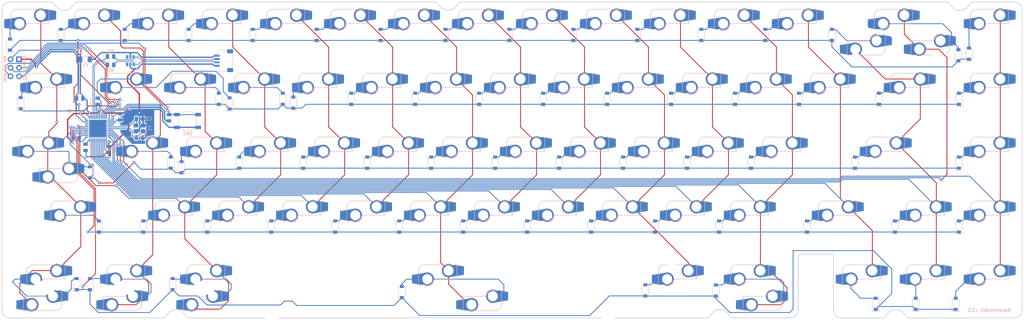
<source format=kicad_pcb>
(kicad_pcb (version 20211014) (generator pcbnew)
  (layers (0 "F.Cu" signal) (31 "B.Cu" signal) (34 "B.Paste" user) (35 "F.Paste" user) (36 "B.SilkS" user "B.Silkscreen") (37 "F.SilkS" user "F.Silkscreen") (38 "B.Mask" user) (39 "F.Mask" user) (44 "Edge.Cuts" user))
  (net 0 "")
  (net 1 "GND")
  (net 2 "XTAL2")
  (net 3 "XTAL1")
  (net 4 "Net-(D1-Pad2)")
  (net 5 "ROW0")
  (net 6 "Net-(D2-Pad2)")
  (net 7 "Net-(D3-Pad2)")
  (net 8 "Net-(D4-Pad2)")
  (net 9 "Net-(D5-Pad2)")
  (net 10 "Net-(D6-Pad2)")
  (net 11 "Net-(D7-Pad2)")
  (net 12 "Net-(D8-Pad2)")
  (net 13 "Net-(D9-Pad2)")
  (net 14 "Net-(D10-Pad2)")
  (net 15 "Net-(D11-Pad2)")
  (net 16 "Net-(D12-Pad2)")
  (net 17 "Net-(D13-Pad2)")
  (net 18 "Net-(D14-Pad2)")
  (net 19 "Net-(D15-Pad2)")
  (net 20 "Net-(D16-Pad2)")
  (net 21 "Net-(D17-Pad2)")
  (net 22 "ROW1")
  (net 23 "Net-(D18-Pad2)")
  (net 24 "Net-(D19-Pad2)")
  (net 25 "Net-(D20-Pad2)")
  (net 26 "Net-(D21-Pad2)")
  (net 27 "Net-(D22-Pad2)")
  (net 28 "Net-(D23-Pad2)")
  (net 29 "Net-(D24-Pad2)")
  (net 30 "Net-(D25-Pad2)")
  (net 31 "Net-(D26-Pad2)")
  (net 32 "Net-(D27-Pad2)")
  (net 33 "Net-(D28-Pad2)")
  (net 34 "Net-(D29-Pad2)")
  (net 35 "Net-(D30-Pad2)")
  (net 36 "Net-(D31-Pad2)")
  (net 37 "Net-(D32-Pad2)")
  (net 38 "ROW2")
  (net 39 "Net-(D33-Pad2)")
  (net 40 "Net-(D34-Pad2)")
  (net 41 "Net-(D35-Pad2)")
  (net 42 "Net-(D36-Pad2)")
  (net 43 "Net-(D37-Pad2)")
  (net 44 "Net-(D38-Pad2)")
  (net 45 "Net-(D39-Pad2)")
  (net 46 "Net-(D40-Pad2)")
  (net 47 "Net-(D41-Pad2)")
  (net 48 "Net-(D42-Pad2)")
  (net 49 "Net-(D43-Pad2)")
  (net 50 "Net-(D44-Pad2)")
  (net 51 "Net-(D45-Pad2)")
  (net 52 "Net-(D46-Pad2)")
  (net 53 "Net-(D47-Pad2)")
  (net 54 "ROW3")
  (net 55 "Net-(D48-Pad2)")
  (net 56 "Net-(D49-Pad2)")
  (net 57 "Net-(D50-Pad2)")
  (net 58 "Net-(D51-Pad2)")
  (net 59 "Net-(D52-Pad2)")
  (net 60 "Net-(D53-Pad2)")
  (net 61 "Net-(D54-Pad2)")
  (net 62 "Net-(D55-Pad2)")
  (net 63 "Net-(D56-Pad2)")
  (net 64 "Net-(D57-Pad2)")
  (net 65 "Net-(D58-Pad2)")
  (net 66 "Net-(D59-Pad2)")
  (net 67 "Net-(D60-Pad2)")
  (net 68 "Net-(D61-Pad2)")
  (net 69 "ROW4")
  (net 70 "Net-(D62-Pad2)")
  (net 71 "Net-(D63-Pad2)")
  (net 72 "Net-(D64-Pad2)")
  (net 73 "Net-(D65-Pad2)")
  (net 74 "Net-(D66-Pad2)")
  (net 75 "Net-(D67-Pad2)")
  (net 76 "Net-(D68-Pad2)")
  (net 77 "VBUS")
  (net 78 "D+")
  (net 79 "D-")
  (net 80 "RESET")
  (net 81 "MOSI")
  (net 82 "SCK")
  (net 83 "MISO")
  (net 84 "COL0")
  (net 85 "COL1")
  (net 86 "COL2")
  (net 87 "COL3")
  (net 88 "COL4")
  (net 89 "COL5")
  (net 90 "COL6")
  (net 91 "COL7")
  (net 92 "COL8")
  (net 93 "COL9")
  (net 94 "COL10")
  (net 95 "COL11")
  (net 96 "COL12")
  (net 97 "COL13")
  (net 98 "COL14")
  (net 99 "COL15")
  (net 100 "Net-(R4-Pad2)")
  (net 103 "Net-(C7-Pad1)")
  (net 104 "+5V")
  (net 105 "/MCU_D+")
  (net 106 "/MCU_D-")
  (footprint "Fuse:Fuse_1206_3216Metric" (layer "B.Cu") (at 24.71 17.12)
    (fp_text reference "F1")
    (fp_text value "500mA")
  )
  (footprint "Connector_JST:JST_SH_SM04B-SRSS-TB_1x04-1MP_P1.00mm_Horizontal" (layer "B.Cu") (at 66.05 17.50375 -90)
    (fp_text reference "J1")
    (fp_text value "JST SH 4-pin")
  )
  (footprint "bakeneko:ISP" (layer "B.Cu") (at 2.535 22.155)
    (fp_text reference "J2")
    (fp_text value "AVR-ISP-6")
  )
  (footprint "Resistor_SMD:R_0805_2012Metric" (layer "B.Cu") (at 32.34 18.75375)
    (fp_text reference "R2")
    (fp_text value "22")
  )
  (footprint "Resistor_SMD:R_0805_2012Metric" (layer "B.Cu") (at 32.34 16.25375)
    (fp_text reference "R3")
    (fp_text value "22")
  )
  (footprint "Button_Switch_SMD:SW_SPST_TL3342" (layer "B.Cu") (at 55.24375 35.485)
    (fp_text reference "SW1")
    (fp_text value "Reset")
  )
  (footprint "Capacitor_SMD:C_0805_2012Metric" (layer "B.Cu") (at 40.96 34.87 180)
    (fp_text reference "C5")
    (fp_text value "22p")
  )
  (footprint "Capacitor_SMD:C_0805_2012Metric" (layer "B.Cu") (at 23.12375 28.75 180)
    (fp_text reference "C4")
    (fp_text value "10u")
  )
  (footprint "Capacitor_SMD:C_0805_2012Metric" (layer "B.Cu") (at 31.7 44 90)
    (fp_text reference "C3")
    (fp_text value "0.1u")
  )
  (footprint "Package_DFN_QFN:QFN-44-1EP_7x7mm_P0.5mm_EP5.2x5.2mm" (layer "B.Cu") (at 28.55375 37.75875 -90)
    (fp_text reference "U2")
    (fp_text value "ATmega32U4-AU")
  )
  (footprint "Crystal:Crystal_SMD_3225-4Pin_3.2x2.5mm" (layer "B.Cu") (at 40.96 37.67 180)
    (fp_text reference "Y1")
    (fp_text value "16MHz")
  )
  (footprint "Capacitor_SMD:C_0805_2012Metric" (layer "B.Cu") (at 35.15 34.25 -90)
    (fp_text reference "C1")
    (fp_text value "0.1u")
  )
  (footprint "Resistor_SMD:R_0805_2012Metric" (layer "B.Cu") (at 49.71 34.52 -90)
    (fp_text reference "R1")
    (fp_text value "10k")
  )
  (footprint "Diode_SMD:D_SOD-123" (layer "B.Cu") (at 2.38125 12.7 90)
    (fp_text reference "D1")
    (fp_text value "1N4148")
  )
  (footprint "Diode_SMD:D_SOD-123" (layer "B.Cu") (at 17.4625 9.8 90)
    (fp_text reference "D2")
    (fp_text value "1N4148")
  )
  (footprint "Diode_SMD:D_SOD-123" (layer "B.Cu") (at 36.5125 9.79375 90)
    (fp_text reference "D3")
    (fp_text value "1N4148")
  )
  (footprint "Diode_SMD:D_SOD-123" (layer "B.Cu") (at 55.5625 9.79375 90)
    (fp_text reference "D4")
    (fp_text value "1N4148")
  )
  (footprint "Diode_SMD:D_SOD-123" (layer "B.Cu") (at 74.6125 9.79375 90)
    (fp_text reference "D5")
    (fp_text value "1N4148")
  )
  (footprint "Diode_SMD:D_SOD-123" (layer "B.Cu") (at 93.6625 9.79375 90)
    (fp_text reference "D6")
    (fp_text value "1N4148")
  )
  (footprint "Diode_SMD:D_SOD-123" (layer "B.Cu") (at 112.7125 9.79375 90)
    (fp_text reference "D7")
    (fp_text value "1N4148")
  )
  (footprint "Diode_SMD:D_SOD-123" (layer "B.Cu") (at 132.03125 9.79375 90)
    (fp_text reference "D8")
    (fp_text value "1N4148")
  )
  (footprint "Diode_SMD:D_SOD-123" (layer "B.Cu") (at 151.08125 9.79375 90)
    (fp_text reference "D9")
    (fp_text value "1N4148")
  )
  (footprint "Diode_SMD:D_SOD-123" (layer "B.Cu") (at 170.13125 9.79375 90)
    (fp_text reference "D10")
    (fp_text value "1N4148")
  )
  (footprint "Diode_SMD:D_SOD-123" (layer "B.Cu") (at 189.18125 9.79375 90)
    (fp_text reference "D11")
    (fp_text value "1N4148")
  )
  (footprint "Diode_SMD:D_SOD-123" (layer "B.Cu") (at 208.23125 9.79375 90)
    (fp_text reference "D12")
    (fp_text value "1N4148")
  )
  (footprint "Diode_SMD:D_SOD-123" (layer "B.Cu") (at 247.125 9.79375 90)
    (fp_text reference "D14")
    (fp_text value "1N4148")
  )
  (footprint "Diode_SMD:D_SOD-123" (layer "B.Cu") (at 284.7975 15.875 90)
    (fp_text reference "D15")
    (fp_text value "1N4148")
  )
  (footprint "Diode_SMD:D_SOD-123" (layer "B.Cu") (at 287.9725 15.39875 90)
    (fp_text reference "D16")
    (fp_text value "1N4148")
  )
  (footprint "Diode_SMD:D_SOD-123" (layer "B.Cu") (at 5.55625 30.1625 90)
    (fp_text reference "D17")
    (fp_text value "1N4148")
  )
  (footprint "Diode_SMD:D_SOD-123" (layer "B.Cu") (at 67.75 30.25 90)
    (fp_text reference "D18")
    (fp_text value "1N4148")
  )
  (footprint "Diode_SMD:D_SOD-123" (layer "B.Cu") (at 64.5625 28.84375 90)
    (fp_text reference "D19")
    (fp_text value "1N4148")
  )
  (footprint "Diode_SMD:D_SOD-123" (layer "B.Cu") (at 83.6125 28.84375 90)
    (fp_text reference "D20")
    (fp_text value "1N4148")
  )
  (footprint "Diode_SMD:D_SOD-123" (layer "B.Cu") (at 86.75 30 90)
    (fp_text reference "D21")
    (fp_text value "1N4148")
  )
  (footprint "Diode_SMD:D_SOD-123" (layer "B.Cu") (at 103.98125 28.84375 90)
    (fp_text reference "D22")
    (fp_text value "1N4148")
  )
  (footprint "Diode_SMD:D_SOD-123" (layer "B.Cu") (at 123.03125 28.84375 90)
    (fp_text reference "D23")
    (fp_text value "1N4148")
  )
  (footprint "Diode_SMD:D_SOD-123" (layer "B.Cu") (at 142.08125 28.84375 90)
    (fp_text reference "D24")
    (fp_text value "1N4148")
  )
  (footprint "Diode_SMD:D_SOD-123" (layer "B.Cu") (at 161.13125 28.84375 90)
    (fp_text reference "D25")
    (fp_text value "1N4148")
  )
  (footprint "Diode_SMD:D_SOD-123" (layer "B.Cu") (at 180.18125 28.84375 90)
    (fp_text reference "D26")
    (fp_text value "1N4148")
  )
  (footprint "Diode_SMD:D_SOD-123" (layer "B.Cu") (at 199.23125 28.84375 90)
    (fp_text reference "D27")
    (fp_text value "1N4148")
  )
  (footprint "Diode_SMD:D_SOD-123" (layer "B.Cu") (at 218.28125 28.84375 90)
    (fp_text reference "D28")
    (fp_text value "1N4148")
  )
  (footprint "Diode_SMD:D_SOD-123" (layer "B.Cu") (at 237.33125 28.84375 90)
    (fp_text reference "D29")
    (fp_text value "1N4148")
  )
  (footprint "Diode_SMD:D_SOD-123" (layer "B.Cu") (at 261.14375 28.84375 90)
    (fp_text reference "D30")
    (fp_text value "1N4148")
  )
  (footprint "Diode_SMD:D_SOD-123" (layer "B.Cu") (at 284.95625 28.84375 90)
    (fp_text reference "D31")
    (fp_text value "1N4148")
  )
  (footprint "Diode_SMD:D_SOD-123" (layer "B.Cu") (at 26.19375 50.8 90)
    (fp_text reference "D32")
    (fp_text value "1N4148")
  )
  (footprint "Diode_SMD:D_SOD-123" (layer "B.Cu") (at 50.275 47.89375 90)
    (fp_text reference "D33")
    (fp_text value "1N4148")
  )
  (footprint "Diode_SMD:D_SOD-123" (layer "B.Cu") (at 53.45 49.25 90)
    (fp_text reference "D34")
    (fp_text value "1N4148")
  )
  (footprint "Diode_SMD:D_SOD-123" (layer "B.Cu") (at 70.64375 47.89375 90)
    (fp_text reference "D35")
    (fp_text value "1N4148")
  )
  (footprint "Diode_SMD:D_SOD-123" (layer "B.Cu") (at 108.74375 47.89375 90)
    (fp_text reference "D37")
    (fp_text value "1N4148")
  )
  (footprint "Diode_SMD:D_SOD-123" (layer "B.Cu") (at 127.79375 47.89375 90)
    (fp_text reference "D38")
    (fp_text value "1N4148")
  )
  (footprint "Diode_SMD:D_SOD-123" (layer "B.Cu") (at 146.84375 47.89375 90)
    (fp_text reference "D39")
    (fp_text value "1N4148")
  )
  (footprint "Diode_SMD:D_SOD-123" (layer "B.Cu") (at 165.89375 47.89375 90)
    (fp_text reference "D40")
    (fp_text value "1N4148")
  )
  (footprint "Diode_SMD:D_SOD-123" (layer "B.Cu") (at 184.94375 47.89375 90)
    (fp_text reference "D41")
    (fp_text value "1N4148")
  )
  (footprint "Diode_SMD:D_SOD-123" (layer "B.Cu") (at 203.99375 47.89375 90)
    (fp_text reference "D42")
    (fp_text value "1N4148")
  )
  (footprint "Diode_SMD:D_SOD-123" (layer "B.Cu") (at 223.04375 47.89375 90)
    (fp_text reference "D43")
    (fp_text value "1N4148")
  )
  (footprint "Diode_SMD:D_SOD-123" (layer "B.Cu") (at 254 47.89375 90)
    (fp_text reference "D44")
    (fp_text value "1N4148")
  )
  (footprint "Diode_SMD:D_SOD-123" (layer "B.Cu") (at 284.95625 47.89375 90)
    (fp_text reference "D45")
    (fp_text value "1N4148")
  )
  (footprint "Diode_SMD:D_SOD-123" (layer "B.Cu") (at 28.84375 66.94375 90)
    (fp_text reference "D46")
    (fp_text value "1N4148")
  )
  (footprint "Diode_SMD:D_SOD-123" (layer "B.Cu") (at 42.06875 66.94375 90)
    (fp_text reference "D47")
    (fp_text value "1N4148")
  )
  (footprint "Diode_SMD:D_SOD-123" (layer "B.Cu") (at 61.11875 66.94375 90)
    (fp_text reference "D48")
    (fp_text value "1N4148")
  )
  (footprint "Diode_SMD:D_SOD-123" (layer "B.Cu") (at 80.16875 66.94375 90)
    (fp_text reference "D49")
    (fp_text value "1N4148")
  )
  (footprint "Diode_SMD:D_SOD-123" (layer "B.Cu") (at 99.21875 66.94375 90)
    (fp_text reference "D50")
    (fp_text value "1N4148")
  )
  (footprint "Diode_SMD:D_SOD-123" (layer "B.Cu") (at 118.26875 66.94375 90)
    (fp_text reference "D51")
    (fp_text value "1N4148")
  )
  (footprint "Diode_SMD:D_SOD-123" (layer "B.Cu") (at 137.31875 66.94375 90)
    (fp_text reference "D52")
    (fp_text value "1N4148")
  )
  (footprint "Diode_SMD:D_SOD-123" (layer "B.Cu") (at 156.36875 66.94375 90)
    (fp_text reference "D53")
    (fp_text value "1N4148")
  )
  (footprint "Diode_SMD:D_SOD-123" (layer "B.Cu") (at 175.41875 66.94375 90)
    (fp_text reference "D54")
    (fp_text value "1N4148")
  )
  (footprint "Diode_SMD:D_SOD-123" (layer "B.Cu") (at 194.46875 66.94375 90)
    (fp_text reference "D55")
    (fp_text value "1N4148")
  )
  (footprint "Diode_SMD:D_SOD-123" (layer "B.Cu") (at 213.51875 66.94375 90)
    (fp_text reference "D56")
    (fp_text value "1N4148")
  )
  (footprint "Diode_SMD:D_SOD-123" (layer "B.Cu") (at 239.7125 66.94375 90)
    (fp_text reference "D57")
    (fp_text value "1N4148")
  )
  (footprint "Diode_SMD:D_SOD-123" (layer "B.Cu") (at 265.90625 66.94375 90)
    (fp_text reference "D58")
    (fp_text value "1N4148")
  )
  (footprint "Diode_SMD:D_SOD-123" (layer "B.Cu") (at 284.95625 66.94375 90)
    (fp_text reference "D59")
    (fp_text value "1N4148")
  )
  (footprint "Diode_SMD:D_SOD-123" (layer "B.Cu") (at 22.225 84.1375 90)
    (fp_text reference "D60")
    (fp_text value "1N4148")
  )
  (footprint "Diode_SMD:D_SOD-123" (layer "B.Cu") (at 26.19375 84.1375 90)
    (fp_text reference "D61")
    (fp_text value "1N4148")
  )
  (footprint "Diode_SMD:D_SOD-123" (layer "B.Cu") (at 50.8 84.1375 90)
    (fp_text reference "D62")
    (fp_text value "1N4148")
  )
  (footprint "Diode_SMD:D_SOD-123" (layer "B.Cu") (at 119.0625 86.51875 90)
    (fp_text reference "D63")
    (fp_text value "1N4148")
  )
  (footprint "Diode_SMD:D_SOD-123" (layer "B.Cu") (at 212.56625 86.0425 90)
    (fp_text reference "D65")
    (fp_text value "1N4148")
  )
  (footprint "Diode_SMD:D_SOD-123" (layer "B.Cu") (at 260.19125 90.01125 90)
    (fp_text reference "D66")
    (fp_text value "1N4148")
  )
  (footprint "Diode_SMD:D_SOD-123" (layer "B.Cu") (at 272.0975 90.01125 90)
    (fp_text reference "D67")
    (fp_text value "1N4148")
  )
  (footprint "Diode_SMD:D_SOD-123" (layer "B.Cu") (at 284.00375 90.01125 90)
    (fp_text reference "D68")
    (fp_text value "1N4148")
  )
  (footprint "MX_HS:MXOnly-1U-Hotswap-NoLED" (layer "B.Cu") (at 9 9 180)
    (fp_text reference "MX1")
    (fp_text value "1u")
  )
  (footprint "MX_HS:MXOnly-1U-Hotswap-NoLED" (layer "B.Cu") (at 28.05 9 180)
    (fp_text reference "MX2")
    (fp_text value "1u")
  )
  (footprint "MX_HS:MXOnly-1U-Hotswap-NoLED" (layer "B.Cu") (at 47.1 9 180)
    (fp_text reference "MX3")
    (fp_text value "1u")
  )
  (footprint "MX_HS:MXOnly-1U-Hotswap-NoLED" (layer "B.Cu") (at 66.15 9 180)
    (fp_text reference "MX4")
    (fp_text value "1u")
  )
  (footprint "MX_HS:MXOnly-1U-Hotswap-NoLED" (layer "B.Cu") (at 85.2 9 180)
    (fp_text reference "MX5")
    (fp_text value "1u")
  )
  (footprint "MX_HS:MXOnly-1U-Hotswap-NoLED" (layer "B.Cu") (at 104.25 9 180)
    (fp_text reference "MX6")
    (fp_text value "1u")
  )
  (footprint "MX_HS:MXOnly-1U-Hotswap-NoLED" (layer "B.Cu") (at 123.3 9 180)
    (fp_text reference "MX7")
    (fp_text value "1u")
  )
  (footprint "MX_HS:MXOnly-1U-Hotswap-NoLED" (layer "B.Cu") (at 161.4 9 180)
    (fp_text reference "MX9")
    (fp_text value "1u")
  )
  (footprint "MX_HS:MXOnly-1U-Hotswap-NoLED" (layer "B.Cu") (at 180.45 9 180)
    (fp_text reference "MX10")
    (fp_text value "1u")
  )
  (footprint "MX_HS:MXOnly-1U-Hotswap-NoLED" (layer "B.Cu") (at 199.5 9 180)
    (fp_text reference "MX11")
    (fp_text value "1u")
  )
  (footprint "MX_HS:MXOnly-1U-Hotswap-NoLED" (layer "B.Cu") (at 218.55 9 180)
    (fp_text reference "MX12")
    (fp_text value "1u")
  )
  (footprint "MX_HS:MXOnly-1U-Hotswap-NoLED" (layer "B.Cu") (at 237.6 9 180)
    (fp_text reference "MX13")
    (fp_text value "1u")
  )
  (footprint "MX_HS:MXOnly-1U-Hotswap-NoLED" (layer "B.Cu") (at 256.65 9)
    (fp_text reference "MX14")
    (fp_text value "1u")
  )
  (footprint "MX_HS:MXOnly-2U-Hotswap-NoLED" (layer "B.Cu") (at 266.175 9 180)
    (fp_text reference "MX17")
    (fp_text value "2u")
  )
  (footprint "MX_HS:MXOnly-1.5U-Hotswap-NoLED" (layer "B.Cu") (at 13.7625 28.05 180)
    (fp_text reference "MX18")
    (fp_text value "1.5u")
  )
  (footprint "MX_HS:MXOnly-1U-Hotswap-NoLED" (layer "B.Cu") (at 37.575 28.05 180)
    (fp_text reference "MX19")
    (fp_text value "1u")
  )
  (footprint "MX_HS:MXOnly-1U-Hotswap-NoLED" (layer "B.Cu") (at 56.625 28.05 180)
    (fp_text reference "MX20")
    (fp_text value "1u")
  )
  (footprint "MX_HS:MXOnly-1U-Hotswap-NoLED" (layer "B.Cu") (at 75.675 28.05 180)
    (fp_text reference "MX21")
    (fp_text value "1u")
  )
  (footprint "MX_HS:MXOnly-1U-Hotswap-NoLED" (layer "B.Cu") (at 94.725 28.05 180)
    (fp_text reference "MX22")
    (fp_text value "1u")
  )
  (footprint "MX_HS:MXOnly-1U-Hotswap-NoLED" (layer "B.Cu") (at 113.775 28.05 180)
    (fp_text reference "MX23")
    (fp_text value "1u")
  )
  (footprint "MX_HS:MXOnly-1U-Hotswap-NoLED" (layer "B.Cu") (at 132.825 28.05 180)
    (fp_text reference "MX24")
    (fp_text value "1u")
  )
  (footprint "MX_HS:MXOnly-1U-Hotswap-NoLED" (layer "B.Cu") (at 151.875 28.05 180)
    (fp_text reference "MX25")
    (fp_text value "1u")
  )
  (footprint "MX_HS:MXOnly-1U-Hotswap-NoLED" (layer "B.Cu") (at 170.925 28.05 180)
    (fp_text reference "MX26")
    (fp_text value "1u")
  )
  (footprint "MX_HS:MXOnly-1U-Hotswap-NoLED" (layer "B.Cu") (at 189.975 28.05 180)
    (fp_text reference "MX27")
    (fp_text value "1u")
  )
  (footprint "MX_HS:MXOnly-1U-Hotswap-NoLED" (layer "B.Cu") (at 209.025 28.05 180)
    (fp_text reference "MX28")
    (fp_text value "1u")
  )
  (footprint "MX_HS:MXOnly-1U-Hotswap-NoLED" (layer "B.Cu") (at 228.075 28.05 180)
    (fp_text reference "MX29")
    (fp_text value "1u")
  )
  (footprint "MX_HS:MXOnly-1U-Hotswap-NoLED" (layer "B.Cu") (at 247.125 28.05 180)
    (fp_text reference "MX30")
    (fp_text value "1u")
  )
  (footprint "MX_HS:MXOnly-1.5U-Hotswap-NoLED" (layer "B.Cu") (at 270.9375 28.05 180)
    (fp_text reference "MX31")
    (fp_text value "1.5u")
  )
  (footprint "MX_HS:MXOnly-1U-Hotswap-NoLED" (layer "B.Cu") (at 294.75 28.05 180)
    (fp_text reference "MX32")
    (fp_text value "1u")
  )
  (footprint "MX_HS:MXOnly-1.25U-Hotswap-NoLED" (layer "B.Cu") (at 11.38125 47.1 180)
    (fp_text reference "MX33")
    (fp_text value "1.25u")
  )
  (footprint "MX_HS:MXOnly-1.75U-Hotswap-NoLED" (layer "B.Cu") (at 16.14375 47.1)
    (fp_text reference "MX34")
    (fp_text value "1.75u")
  )
  (footprint "MX_HS:MXOnly-1U-Hotswap-NoLED" (layer "B.Cu") (at 42.3375 47.1 180)
    (fp_text reference "MX35")
    (fp_text value "1u")
  )
  (footprint "MX_HS:MXOnly-1U-Hotswap-NoLED" (layer "B.Cu") (at 61.3875 47.1 180)
    (fp_text reference "MX36")
    (fp_text value "1u")
  )
  (footprint "MX_HS:MXOnly-1U-Hotswap-NoLED" (layer "B.Cu") (at 80.4375 47.1 180)
    (fp_text reference "MX37")
    (fp_text value "1u")
  )
  (footprint "MX_HS:MXOnly-1U-Hotswap-NoLED" (layer "B.Cu") (at 99.4875 47.1 180)
    (fp_text reference "MX38")
    (fp_text value "1u")
  )
  (footprint "MX_HS:MXOnly-1U-Hotswap-NoLED" (layer "B.Cu") (at 118.5375 47.1 180)
    (fp_text reference "MX39")
    (fp_text value "1u")
  )
  (footprint "MX_HS:MXOnly-1U-Hotswap-NoLED" (layer "B.Cu") (at 137.5875 47.1 180)
    (fp_text reference "MX40")
    (fp_text value "1u")
  )
  (footprint "MX_HS:MXOnly-1U-Hotswap-NoLED" (layer "B.Cu") (at 156.6375 47.1 180)
    (fp_text reference "MX41")
    (fp_text value "1u")
  )
  (footprint "MX_HS:MXOnly-1U-Hotswap-NoLED" (layer "B.Cu") (at 175.6875 47.1 180)
    (fp_text reference "MX42")
    (fp_text value "1u")
  )
  (footprint "MX_HS:MXOnly-1U-Hotswap-NoLED" (layer "B.Cu") (at 194.7375 47.1 180)
    (fp_text reference "MX43")
    (fp_text value "1u")
  )
  (footprint "MX_HS:MXOnly-1U-Hotswap-NoLED" (layer "B.Cu") (at 213.7875 47.1 180)
    (fp_text reference "MX44")
    (fp_text value "1u")
  )
  (footprint "MX_HS:MXOnly-1U-Hotswap-NoLED" (layer "B.Cu") (at 232.8375 47.1 180)
    (fp_text reference "MX45")
    (fp_text value "1u")
  )
  (footprint "MX_HS:MXOnly-2.25U-Hotswap-NoLED" (layer "B.Cu") (at 263.79375 47.1 180)
    (fp_text reference "MX46")
    (fp_text value "2.25u")
  )
  (footprint "MX_HS:MXOnly-1U-Hotswap-NoLED" (layer "B.Cu") (at 294.75 47.1 180)
    (fp_text reference "MX47")
    (fp_text value "1u")
  )
  (footprint "MX_HS:MXOnly-2.25U-Hotswap-NoLED" (layer "B.Cu") (at 20.90625 66.15 180)
    (fp_text reference "MX48")
    (fp_text value "2.25u")
  )
  (footprint "MX_HS:MXOnly-1U-Hotswap-NoLED" (layer "B.Cu") (at 51.8625 66.15 180)
    (fp_text reference "MX49")
    (fp_text value "1u")
  )
  (footprint "MX_HS:MXOnly-1U-Hotswap-NoLED" (layer "B.Cu") (at 70.9125 66.15 180)
    (fp_text reference "MX50")
    (fp_text value "1u")
  )
  (footprint "MX_HS:MXOnly-1U-Hotswap-NoLED" (layer "B.Cu") (at 89.9625 66.15 180)
    (fp_text reference "MX51")
    (fp_text value "1u")
  )
  (footprint "MX_HS:MXOnly-1U-Hotswap-NoLED" (layer "B.Cu") (at 109.0125 66.15 180)
    (fp_text reference "MX52")
    (fp_text value "1u")
  )
  (footprint "MX_HS:MXOnly-1U-Hotswap-NoLED" (layer "B.Cu") (at 128.0625 66.15 180)
    (fp_text reference "MX53")
    (fp_text value "1u")
  )
  (footprint "MX_HS:MXOnly-1U-Hotswap-NoLED" (layer "B.Cu") (at 147.1125 66.15 180)
    (fp_text reference "MX54")
    (fp_text value "1u")
  )
  (footprint "MX_HS:MXOnly-1U-Hotswap-NoLED" (layer "B.Cu") (at 166.1625 66.15 180)
    (fp_text reference "MX55")
    (fp_text value "1u")
  )
  (footprint "MX_HS:MXOnly-1U-Hotswap-NoLED" (layer "B.Cu") (at 185.2125 66.15 180)
    (fp_text reference "MX56")
    (fp_text value "1u")
  )
  (footprint "MX_HS:MXOnly-1U-Hotswap-NoLED" (layer "B.Cu") (at 204.2625 66.15 180)
    (fp_text reference "MX57")
    (fp_text value "1u")
  )
  (footprint "MX_HS:MXOnly-1U-Hotswap-NoLED" (layer "B.Cu") (at 223.3125 66.15 180)
    (fp_text reference "MX58")
    (fp_text value "1u")
  )
  (footprint "MX_HS:MXOnly-1.75U-Hotswap-NoLED" (layer "B.Cu") (at 249.50625 66.15 180)
    (fp_text reference "MX59")
    (fp_text value "1.75u")
  )
  (footprint "MX_HS:MXOnly-1U-Hotswap-NoLED" (layer "B.Cu") (at 275.7 66.15 180)
    (fp_text reference "MX60")
    (fp_text value "1u")
  )
  (footprint "MX_HS:MXOnly-1U-Hotswap-NoLED" (layer "B.Cu") (at 294.75 66.15 180)
    (fp_text reference "MX61")
    (fp_text value "1u")
  )
  (footprint "MX_HS:MXOnly-1.5U-Hotswap-NoLED" (layer "B.Cu") (at 13.7625 85.2 180)
    (fp_text reference "MX62")
    (fp_text value "1.5u")
  )
  (footprint "MX_HS:MXOnly-1U-Hotswap-NoLED" (layer "B.Cu") (at 37.575 85.2 180)
    (fp_text reference "MX63")
    (fp_text value "1u")
  )
  (footprint "MX_HS:MXOnly-1.5U-Hotswap-NoLED" (layer "B.Cu") (at 61.3875 85.2 180)
    (fp_text reference "MX64")
    (fp_text value "1.5u")
  )
  (footprint "MX_HS:MXOnly-1.25U-Hotswap-NoLED" (layer "B.Cu") (at 201.88125 85.2 180)
    (fp_text reference "MX66")
    (fp_text value "1.25u")
  )
  (footprint "MX_HS:MXOnly-1.5U-Hotswap-NoLED" (layer "B.Cu") (at 223.3125 85.2 180)
    (fp_text reference "MX67")
    (fp_text value "1.5u")
  )
  (footprint "MX_HS:MXOnly-1U-Hotswap-NoLED" (layer "B.Cu") (at 256.65 85.2 180)
    (fp_text reference "MX68")
    (fp_text value "1u")
  )
  (footprint "MX_HS:MXOnly-1U-Hotswap-NoLED" (layer "B.Cu") (at 275.7 85.2 180)
    (fp_text reference "MX69")
    (fp_text value "1u")
  )
  (footprint "MX_HS:MXOnly-1U-Hotswap-NoLED" (layer "B.Cu") (at 294.75 85.2 180)
    (fp_text reference "MX70")
    (fp_text value "1u")
  )
  (footprint "MX_HS:MXOnly-1.25U-Hotswap-NoLED" (layer "B.Cu") (at 225.69375 85.2)
    (fp_text reference "MX75")
    (fp_text value "1.25u")
  )
  (footprint "MX_HS:MXOnly-7U-Hotswap-NoLED" (layer "B.Cu") (at 142.35 85.2)
    (fp_text reference "MX65")
    (fp_text value "7u")
  )
  (footprint "MX_HS:MXOnly-1U-Hotswap-NoLED" (layer "B.Cu") (at 142.35 9 180)
    (fp_text reference "MX8")
    (fp_text value "1u")
  )
  (footprint "Diode_SMD:D_SOD-123" (layer "B.Cu") (at 227.28125 9.79375 90)
    (fp_text reference "D13")
    (fp_text value "1N4148")
  )
  (footprint "Capacitor_SMD:C_0805_2012Metric" (layer "B.Cu") (at 28.5 29.6 -90)
    (fp_text reference "C7")
    (fp_text value "1u")
  )
  (footprint "Capacitor_SMD:C_0805_2012Metric" (layer "B.Cu") (at 40.96 40.47 180)
    (fp_text reference "C6")
    (fp_text value "22p")
  )
  (footprint "Resistor_SMD:R_0805_2012Metric" (layer "B.Cu") (at 24.85 43.35 90)
    (fp_text reference "R4")
    (fp_text value "10k")
  )
  (footprint "Diode_SMD:D_SOD-123" (layer "B.Cu") (at 89.69375 47.89375 90)
    (fp_text reference "D36")
    (fp_text value "1N4148")
  )
  (footprint "Diode_SMD:D_SOD-123" (layer "B.Cu") (at 191.5625 85.99375 90)
    (fp_text reference "D64")
    (fp_text value "1N4148")
  )
  (footprint "Capacitor_SMD:C_0805_2012Metric" (layer "B.Cu") (at 22.05 40.55)
    (fp_text reference "C2")
    (fp_text value "0.1u")
  )
  (footprint "MX_HS:MXOnly-1U-Hotswap-NoLED" (layer "B.Cu") (at 294.75 9 180)
    (fp_text reference "MX16")
    (fp_text value "1u")
  )
  (footprint "MX_HS:MXOnly-1U-Hotswap-NoLED" (layer "B.Cu") (at 275.7 9)
    (fp_text reference "MX15")
    (fp_text value "1u")
  )
  (footprint "MX_HS:MXOnly-1.25U-Hotswap-NoLED" (layer "B.Cu") (at 11.38125 85.2)
    (fp_text reference "MX71")
    (fp_text value "1.25u")
  )
  (footprint "MX_HS:MXOnly-1.25U-Hotswap-NoLED" (layer "B.Cu") (at 35.19375 85.2)
    (fp_text reference "MX72")
    (fp_text value "1.25u")
  )
  (footprint "MX_HS:MXOnly-1.25U-Hotswap-NoLED" (layer "B.Cu") (at 59.00625 85.2)
    (fp_text reference "MX73")
    (fp_text value "1.25u")
  )
  (footprint "MX_HS:MXOnly-6.25U-Hotswap-NoLED" (layer "B.Cu") (at 130.44375 85.2 180)
    (fp_text reference "MX74")
    (fp_text value "6.25u")
  )
  (footprint "Package_TO_SOT_SMD:SOT-23-6" (layer "B.Cu") (at 38.22375 17.50375 90)
    (fp_text reference "U1")
    (fp_text value "SRV05-4")
  )
  (gr_arc (start 21.318072 0.806452) (mid 18.525 2.500001) (end 15.731928 0.806452) (layer "Edge.Cuts") (width 0.2))
  (gr_arc (start 0 2.25) (mid 0.65901 0.65901) (end 2.25 0) (layer "Edge.Cuts") (width 0.2))
  (gr_arc (start 128.701894 0) (mid 129.479608 0.217362) (end 130.031928 0.806452) (layer "Edge.Cuts") (width 0.2))
  (gr_arc (start 21.318071 0.806452) (mid 21.870391 0.217362) (end 22.648105 0) (layer "Edge.Cuts") (width 0.2))
  (gr_line (start 14.401894 0) (end 2.25 0) (layer "Edge.Cuts") (width 0.2))
  (gr_line (start 303.75 91.95) (end 303.75 2.25) (layer "Edge.Cuts") (width 0.2))
  (gr_arc (start 55.985606 94.2) (mid 55.207892 93.982639) (end 54.655571 93.393549) (layer "Edge.Cuts") (width 0.2))
  (gr_arc (start 49.069429 93.393548) (mid 51.8625 91.7) (end 54.655571 93.393549) (layer "Edge.Cuts") (width 0.2))
  (gr_arc (start 270.298106 94.2) (mid 269.520392 93.982639) (end 268.968071 93.393549) (layer "Edge.Cuts") (width 0.2))
  (gr_line (start 238.325 75.15) (end 246.4 75.15) (layer "Edge.Cuts") (width 0.2))
  (gr_line (start 281.101894 0) (end 136.948105 0) (layer "Edge.Cuts") (width 0.2))
  (gr_line (start 209.664394 94.2) (end 55.985605 94.2) (layer "Edge.Cuts") (width 0.2))
  (gr_line (start 0 91.95) (end 0 2.25) (layer "Edge.Cuts") (width 0.2))
  (gr_arc (start 288.018071 0.806452) (mid 288.570391 0.217362) (end 289.348105 0) (layer "Edge.Cuts") (width 0.2))
  (gr_arc (start 49.069428 93.393548) (mid 48.517108 93.982638) (end 47.739394 94.2) (layer "Edge.Cuts") (width 0.2))
  (gr_arc (start 263.381928 93.393548) (mid 262.829608 93.982638) (end 262.051894 94.2) (layer "Edge.Cuts") (width 0.2))
  (gr_line (start 234.825 94.2) (end 217.910605 94.2) (layer "Edge.Cuts") (width 0.2))
  (gr_arc (start 301.5 0) (mid 303.09099 0.65901) (end 303.75 2.25) (layer "Edge.Cuts") (width 0.2))
  (gr_arc (start 246.4 75.15) (mid 247.283883 75.516117) (end 247.65 76.4) (layer "Edge.Cuts") (width 0.2))
  (gr_arc (start 263.381929 93.393548) (mid 266.175 91.7) (end 268.968071 93.393549) (layer "Edge.Cuts") (width 0.2))
  (gr_arc (start 303.75 91.95) (mid 303.09099 93.54099) (end 301.5 94.2) (layer "Edge.Cuts") (width 0.2))
  (gr_arc (start 249.9 94.2) (mid 248.30901 93.54099) (end 247.65 91.95) (layer "Edge.Cuts") (width 0.2))
  (gr_arc (start 210.994428 93.393548) (mid 210.442108 93.982638) (end 209.664394 94.2) (layer "Edge.Cuts") (width 0.2))
  (gr_arc (start 281.101894 0) (mid 281.879608 0.217362) (end 282.431928 0.806452) (layer "Edge.Cuts") (width 0.2))
  (gr_arc (start 237.075 76.4) (mid 237.441117 75.516117) (end 238.325 75.15) (layer "Edge.Cuts") (width 0.2))
  (gr_line (start 247.65 76.4) (end 247.65 91.95) (layer "Edge.Cuts") (width 0.2))
  (gr_arc (start 237.075 91.95) (mid 236.41599 93.54099) (end 234.825 94.2) (layer "Edge.Cuts") (width 0.2))
  (gr_line (start 262.051894 94.2) (end 249.9 94.2) (layer "Edge.Cuts") (width 0.2))
  (gr_line (start 237.075 76.4) (end 237.075 91.95) (layer "Edge.Cuts") (width 0.2))
  (gr_arc (start 135.618072 0.806452) (mid 132.825 2.500001) (end 130.031928 0.806452) (layer "Edge.Cuts") (width 0.2))
  (gr_arc (start 14.401894 0) (mid 15.179608 0.217362) (end 15.731928 0.806452) (layer "Edge.Cuts") (width 0.2))
  (gr_line (start 301.5 94.2) (end 270.298105 94.2) (layer "Edge.Cuts") (width 0.2))
  (gr_line (start 47.739394 94.2) (end 2.25 94.2) (layer "Edge.Cuts") (width 0.2))
  (gr_arc (start 135.618071 0.806452) (mid 136.170391 0.217362) (end 136.948105 0) (layer "Edge.Cuts") (width 0.2))
  (gr_line (start 128.701894 0) (end 22.648105 0) (layer "Edge.Cuts") (width 0.2))
  (gr_arc (start 210.994429 93.393548) (mid 213.7875 91.7) (end 216.580571 93.393549) (layer "Edge.Cuts") (width 0.2))
  (gr_arc (start 217.910606 94.2) (mid 217.132892 93.982639) (end 216.580571 93.393549) (layer "Edge.Cuts") (width 0.2))
  (gr_arc (start 2.25 94.2) (mid 0.65901 93.54099) (end 0 91.95) (layer "Edge.Cuts") (width 0.2))
  (gr_line (start 301.5 0) (end 289.348105 0) (layer "Edge.Cuts") (width 0.2))
  (gr_arc (start 288.018072 0.806452) (mid 285.225 2.500001) (end 282.431928 0.806452) (layer "Edge.Cuts") (width 0.2))
  (gr_text "Bakeneko65 v3.0" (at 293.965477 91.907501) (layer "B.SilkS") (effects (font (size 1 1)) (justify mirror)))
  (segment (start 8.655 17.075) (end 9.79 18.21) (width 0.381) (layer "F.Cu") (net 1))
  (segment (start 31.75 41.8) (end 31.75 44.25) (width 0.25) (layer "F.Cu") (net 1))
  (segment (start 37.4 23.9) (end 37.4 22.147783) (width 0.381) (layer "F.Cu") (net 1))
  (segment (start 9.79 18.21) (end 9.79 18.969999) (width 0.381) (layer "F.Cu") (net 1))
  (segment (start 40.8875 33.06) (end 40.8875 27.3875) (width 0.381) (layer "F.Cu") (net 1))
  (segment (start 31.75 44.25) (end 29.85 46.15) (width 0.25) (layer "F.Cu") (net 1))
  (segment (start 39.667783 19.88) (end 40.2775 19.88) (width 0.381) (layer "F.Cu") (net 1))
  (segment (start 40.8875 27.3875) (end 37.4 23.9) (width 0.381) (layer "F.Cu") (net 1))
  (segment (start 5.075 17.075) (end 8.655 17.075) (width 0.381) (layer "F.Cu") (net 1))
  (segment (start 29.85 46.15) (end 25.05 46.15) (width 0.25) (layer "F.Cu") (net 1))
  (segment (start 37.4 22.147783) (end 39.667783 19.88) (width 0.381) (layer "F.Cu") (net 1))
  (segment (start 9.79 18.969999) (end 10.251485 19.431484) (width 0.381) (layer "F.Cu") (net 1))
  (via (at 40.2775 19.88) (size 0.8) (drill 0.4) (layers "F.Cu" "B.Cu") (net 1))
  (via (at 10.251485 19.431484) (size 0.8) (drill 0.4) (layers "F.Cu" "B.Cu") (net 1))
  (via (at 40.8875 33.06) (size 0.8) (drill 0.4) (layers "F.Cu" "B.Cu") (net 1))
  (via (at 25.05 46.15) (size 0.8) (drill 0.4) (layers "F.Cu" "B.Cu") (net 1))
  (via (at 31.75 41.8) (size 0.8) (drill 0.4) (layers "F.Cu" "B.Cu") (net 1))
  (segment (start 43.141 36.82) (end 43.63 37.309) (width 0.381) (layer "B.Cu") (net 1))
  (segment (start 33.65231 35.861027) (end 33.65231 35.74769) (width 0.25) (layer "B.Cu") (net 1))
  (segment (start 41.862902 36.82) (end 42.06 36.82) (width 0.381) (layer "B.Cu") (net 1))
  (segment (start 63.175 19.00375) (end 64.05 19.00375) (width 0.381) (layer "B.Cu") (net 1))
  (segment (start 40.2775 19.88) (end 41.63824 18.51926) (width 0.381) (layer "B.Cu") (net 1))
  (segment (start 41.8975 32.05) (end 47.068328 32.05) (width 0.381) (layer "B.Cu") (net 1))
  (segment (start 32.754587 36.75875) (end 33.65231 35.861027) (width 0.25) (layer "B.Cu") (net 1))
  (segment (start 24.125402 35.75875) (end 22.06424 33.697588) (width 0.25) (layer "B.Cu") (net 1))
  (segment (start 22.18625 27.73274) (end 22.18625 28.75) (width 0.381) (layer "B.Cu") (net 1))
  (segment (start 31.05375 42.41625) (end 31.7 43.0625) (width 0.25) (layer "B.Cu") (net 1))
  (segment (start 38.22375 18.60375) (end 38.22375 19.5) (width 0.381) (layer "B.Cu") (net 1))
  (segment (start 25.21625 35.75875) (end 24.125402 35.75875) (width 0.25) (layer "B.Cu") (net 1))
  (segment (start 49.755 37.385) (end 47.82899 35.45899) (width 0.381) (layer "B.Cu") (net 1))
  (segment (start 58.39375 37.385) (end 52.09375 37.385) (width 0.381) (layer "B.Cu") (net 1))
  (segment (start 21.37875 14.83) (end 22.29449 15.74574) (width 0.381) (layer "B.Cu") (net 1))
  (segment (start 43.63 39.428) (end 42.588 40.47) (width 0.381) (layer "B.Cu") (net 1))
  (segment (start 35.8125 35.1875) (end 36.65125 34.34875) (width 0.25) (layer "B.Cu") (net 1))
  (segment (start 39.86 38.52) (end 40.162902 38.52) (width 0.381) (layer "B.Cu") (net 1))
  (segment (start 10.26 19.126705) (end 14.556705 14.83) (width 0.381) (layer "B.Cu") (net 1))
  (segment (start 42.06 35.0325) (end 41.8975 34.87) (width 0.381) (layer "B.Cu") (net 1))
  (segment (start 22.72899 18.38551) (end 22.72899 27.19) (width 0.381) (layer "B.Cu") (net 1))
  (segment (start 22.72899 27.19) (end 22.18625 27.73274) (width 0.381) (layer "B.Cu") (net 1))
  (segment (start 10.251485 19.431484) (end 10.26 19.422969) (width 0.381) (layer "B.Cu") (net 1))
  (segment (start 31.05375 41.09625) (end 31.05375 42.41625) (width 0.25) (layer "B.Cu") (net 1))
  (segment (start 40.162902 38.52) (end 41.862902 36.82) (width 0.381) (layer "B.Cu") (net 1))
  (segment (start 22.29449 15.74574) (end 22.29449 18.01031) (width 0.381) (layer "B.Cu") (net 1))
  (segment (start 25.05 44.4875) (end 25.05 46.15) (width 0.25) (layer "B.Cu") (net 1))
  (segment (start 14.556705 14.83) (end 21.37875 14.83) (width 0.381) (layer "B.Cu") (net 1))
  (segment (start 31.75 41.8) (end 31.75 42.72625) (width 0.25) (layer "B.Cu") (net 1))
  (segment (start 22.06424 33.697588) (end 22.06424 32.26424) (width 0.25) (layer "B.Cu") (net 1))
  (segment (start 35.15 35.1875) (end 35.8125 35.1875) (width 0.25) (layer "B.Cu") (net 1))
  (segment (start 22.06424 28.87201) (end 22.06424 32.459707) (width 0.381) (layer "B.Cu") (net 1))
  (segment (start 42.588 40.47) (end 41.8975 40.47) (width 0.381) (layer "B.Cu") (net 1))
  (segment (start 31.75 42.72625) (end 32.06 43.03625) (width 0.25) (layer "B.Cu") (net 1))
  (segment (start 22.29449 18.01031) (end 22.66969 18.38551) (width 0.381) (layer "B.Cu") (net 1))
  (segment (start 41.63824 18.51926) (end 62.69051 18.51926) (width 0.381) (layer "B.Cu") (net 1))
  (segment (start 23.77875 39.75875) (end 22.9875 40.55) (width 0.25) (layer "B.Cu") (net 1))
  (segment (start 62.69051 18.51926) (end 63.175 19.00375) (width 0.381) (layer "B.Cu") (net 1))
  (segment (start 41.8975 34.87) (end 41.8975 34.07) (width 0.381) (layer "B.Cu") (net 1))
  (segment (start 52.09375 37.385) (end 49.755 37.385) (width 0.381) (layer "B.Cu") (net 1))
  (segment (start 22.18625 28.75) (end 22.18625 27.72274) (width 0.381) (layer "B.Cu") (net 1))
  (segment (start 28.05375 30.98375) (end 28.05375 34.42125) (width 0.25) (layer "B.Cu") (net 1))
  (segment (start 25.21625 39.75875) (end 23.77875 39.75875) (width 0.25) (layer "B.Cu") (net 1))
  (segment (start 22.18625 28.75) (end 22.06424 28.87201) (width 0.381) (layer "B.Cu") (net 1))
  (segment (start 28.5 30.5375) (end 28.05375 30.98375) (width 0.25) (layer "B.Cu") (net 1))
  (segment (start 24.85 44.2875) (end 25.05 44.4875) (width 0.25) (layer "B.Cu") (net 1))
  (segment (start 47.068328 32.05) (end 47.82899 32.810662) (width 0.381) (layer "B.Cu") (net 1))
  (segment (start 31.89125 36.75875) (end 32.754587 36.75875) (width 0.25) (layer "B.Cu") (net 1))
  (segment (start 38.60375 19.88) (end 40.2775 19.88) (width 0.381) (layer "B.Cu") (net 1))
  (segment (start 36.65125 34.34875) (end 37.94 33.06) (width 0.381) (layer "B.Cu") (net 1))
  (segment (start 34.2125 35.1875) (end 35.15 35.1875) (width 0.25) (layer "B.Cu") (net 1))
  (segment (start 38.22375 19.5) (end 38.60375 19.88) (width 0.381) (layer "B.Cu") (net 1))
  (segment (start 47.82899 32.810662) (end 47.82899 35.45899) (width 0.381) (layer "B.Cu") (net 1))
  (segment (start 37.94 33.06) (end 40.8875 33.06) (width 0.381) (layer "B.Cu") (net 1))
  (segment (start 22.66969 18.38551) (end 22.72899 18.38551) (width 0.381) (layer "B.Cu") (net 1))
  (segment (start 43.63 37.309) (end 43.63 39.428) (width 0.381) (layer "B.Cu") (net 1))
  (segment (start 42.06 36.82) (end 43.141 36.82) (width 0.381) (layer "B.Cu") (net 1))
  (segment (start 33.65231 35.74769) (end 34.2125 35.1875) (width 0.25) (layer "B.Cu") (net 1))
  (segment (start 42.06 36.82) (end 42.06 35.0325) (width 0.381) (layer "B.Cu") (net 1))
  (segment (start 28.05375 30.98375) (end 28.05375 32.18375) (width 0.25) (layer "B.Cu") (net 1))
  (segment (start 10.26 19.422969) (end 10.26 19.126705) (width 0.381) (layer "B.Cu") (net 1))
  (segment (start 41.8975 34.07) (end 40.8875 33.06) (width 0.381) (layer "B.Cu") (net 1))
  (segment (start 40.8875 33.06) (end 41.8975 32.05) (width 0.381) (layer "B.Cu") (net 1))
  (segment (start 40.0225 34.87) (end 40.0225 36.6575) (width 0.25) (layer "B.Cu") (net 2))
  (segment (start 37.63375 37.25875) (end 31.89125 37.25875) (width 0.25) (layer "B.Cu") (net 2))
  (segment (start 40.0225 36.6575) (end 39.86 36.82) (width 0.25) (layer "B.Cu") (net 2))
  (segment (start 40.0225 34.87) (end 37.63375 37.25875) (width 0.25) (layer "B.Cu") (net 2))
  (segment (start 38.79 38.56) (end 38.79 39.825) (width 0.25) (layer "B.Cu") (net 3))
  (segment (start 31.89125 37.75875) (end 37.98875 37.75875) (width 0.25) (layer "B.Cu") (net 3))
  (segment (start 37.98875 37.75875) (end 38.79 38.56) (width 0.25) (layer "B.Cu") (net 3))
  (segment (start 39.435 40.47) (end 40.0225 40.47) (width 0.25) (layer "B.Cu") (net 3))
  (segment (start 38.79 39.825) (end 39.435 40.47) (width 0.25) (layer "B.Cu") (net 3))
  (segment (start 40.0225 40.47) (end 41.9725 38.52) (width 0.25) (layer "B.Cu") (net 3))
  (segment (start 41.9725 38.52) (end 42.06 38.52) (width 0.25) (layer "B.Cu") (net 3))
  (segment (start 2.38125 11.05) (end 2.38125 6.92625) (width 0.25) (layer "B.Cu") (net 4))
  (segment (start 2.38125 6.92625) (end 1.915 6.46) (width 0.25) (layer "B.Cu") (net 4))
  (segment (start 21.46 29.696935) (end 22.328065 30.565) (width 0.25) (layer "F.Cu") (net 5))
  (segment (start 21.46 25.48) (end 21.46 29.696935) (width 0.25) (layer "F.Cu") (net 5))
  (segment (start 22.60375 24.33625) (end 21.46 25.48) (width 0.25) (layer "F.Cu") (net 5))
  (segment (start 22.60375 11.44375) (end 22.60375 24.33625) (width 0.25) (layer "F.Cu") (net 5))
  (segment (start 22.328065 30.565) (end 22.89375 30.565) (width 0.25) (layer "F.Cu") (net 5))
  (via (at 22.60375 11.44375) (size 0.8) (drill 0.4) (layers "F.Cu" "B.Cu") (net 5))
  (via (at 22.89375 30.565) (size 0.8) (drill 0.4) (layers "F.Cu" "B.Cu") (net 5))
  (segment (start 23.125489 32.525489) (end 22.89375 32.29375) (width 0.25) (layer "B.Cu") (net 5))
  (segment (start 285.27375 17.04875) (end 282.948589 19.373911) (width 0.25) (layer "B.Cu") (net 5))
  (segment (start 253.118969 19.373911) (end 247.125 13.379942) (width 0.25) (layer "B.Cu") (net 5))
  (segment (start 23.04625 11.44375) (end 21.46625 11.44375) (width 0.25) (layer "B.Cu") (net 5))
  (segment (start 26.05375 34.42125) (end 24.157989 32.525489) (width 0.25) (layer "B.Cu") (net 5))
  (segment (start 247.125 13.379942) (end 247.125 11.44375) (width 0.25) (layer "B.Cu") (net 5))
  (segment (start 282.948589 19.373911) (end 253.118969 19.373911) (width 0.25) (layer "B.Cu") (net 5))
  (segment (start 287.9725 17.04875) (end 285.27375 17.04875) (width 0.25) (layer "B.Cu") (net 5))
  (segment (start 24.157989 32.525489) (end 23.125489 32.525489) (width 0.25) (layer "B.Cu") (net 5))
  (segment (start 20.27125 11.44375) (end 23.04625 11.44375) (width 0.25) (layer "B.Cu") (net 5))
  (segment (start 247.125 11.44375) (end 5.2875 11.44375) (width 0.25) (layer "B.Cu") (net 5))
  (segment (start 5.2875 11.44375) (end 2.38125 14.35) (width 0.25) (layer "B.Cu") (net 5))
  (segment (start 21.46625 11.44375) (end 16.9375 11.44375) (width 0.25) (layer "B.Cu") (net 5))
  (segment (start 22.89375 32.29375) (end 22.89375 30.565) (width 0.25) (layer "B.Cu") (net 5))
  (segment (start 18.885 8.15) (end 17.4625 8.15) (width 0.25) (layer "B.Cu") (net 6))
  (segment (start 20.575 6.46) (end 18.885 8.15) (width 0.25) (layer "B.Cu") (net 6))
  (segment (start 24.24 6.46) (end 21.09625 6.46) (width 0.25) (layer "B.Cu") (net 6))
  (segment (start 20.965 6.46) (end 20.575 6.46) (width 0.25) (layer "B.Cu") (net 6))
  (segment (start 43.29 6.46) (end 38.19625 6.46) (width 0.25) (layer "B.Cu") (net 7))
  (segment (start 38.19625 6.46) (end 36.5125 8.14375) (width 0.25) (layer "B.Cu") (net 7))
  (segment (start 55.5625 8.14375) (end 57.24625 6.46) (width 0.25) (layer "B.Cu") (net 8))
  (segment (start 57.24625 6.46) (end 62.34 6.46) (width 0.25) (layer "B.Cu") (net 8))
  (segment (start 76.43125 8.14375) (end 74.6125 8.14375) (width 0.25) (layer "B.Cu") (net 9))
  (segment (start 78.115 6.46) (end 76.43125 8.14375) (width 0.25) (layer "B.Cu") (net 9))
  (segment (start 75.675 8.14375) (end 74.6125 8.14375) (width 0.25) (layer "B.Cu") (net 9))
  (segment (start 95.48125 8.14375) (end 93.6625 8.14375) (width 0.25) (layer "B.Cu") (net 10))
  (segment (start 94.725 8.14375) (end 93.6625 8.14375) (width 0.25) (layer "B.Cu") (net 10))
  (segment (start 97.165 6.46) (end 95.48125 8.14375) (width 0.25) (layer "B.Cu") (net 10))
  (segment (start 114.53125 8.14375) (end 112.7125 8.14375) (width 0.25) (layer "B.Cu") (net 11))
  (segment (start 116.215 6.46) (end 114.53125 8.14375) (width 0.25) (layer "B.Cu") (net 11))
  (segment (start 113.775 8.14375) (end 112.7125 8.14375) (width 0.25) (layer "B.Cu") (net 11))
  (segment (start 132.03125 8.14375) (end 132.825 8.14375) (width 0.25) (layer "B.Cu") (net 12))
  (segment (start 133.58125 8.14375) (end 135.265 6.46) (width 0.25) (layer "B.Cu") (net 12))
  (segment (start 132.03125 8.14375) (end 133.58125 8.14375) (width 0.25) (layer "B.Cu") (net 12))
  (segment (start 151.08125 8.14375) (end 151.875 8.14375) (width 0.25) (layer "B.Cu") (net 13))
  (segment (start 151.08125 8.14375) (end 152.63125 8.14375) (width 0.25) (layer "B.Cu") (net 13))
  (segment (start 152.63125 8.14375) (end 154.315 6.46) (width 0.25) (layer "B.Cu") (net 13))
  (segment (start 171.68125 8.14375) (end 173.365 6.46) (width 0.25) (layer "B.Cu") (net 14))
  (segment (start 170.13125 8.14375) (end 171.68125 8.14375) (width 0.25) (layer "B.Cu") (net 14))
  (segment (start 170.13125 8.14375) (end 170.925 8.14375) (width 0.25) (layer "B.Cu") (net 14))
  (segment (start 189.18125 8.14375) (end 190.29375 8.14375) (width 0.25) (layer "B.Cu") (net 15))
  (segment (start 190.29375 8.14375) (end 190.73125 8.14375) (width 0.25) (layer "B.Cu") (net 15))
  (segment (start 190.73125 8.14375) (end 192.415 6.46) (width 0.25) (layer "B.Cu") (net 15))
  (segment (start 189.975 8.14375) (end 190.29375 8.14375) (width 0.25) (layer "B.Cu") (net 15))
  (segment (start 209.34375 8.14375) (end 209.78125 8.14375) (width 0.25) (layer "B.Cu") (net 16))
  (segment (start 209.025 8.14375) (end 209.34375 8.14375) (width 0.25) (layer "B.Cu") (net 16))
  (segment (start 209.78125 8.14375) (end 211.465 6.46) (width 0.25) (layer "B.Cu") (net 16))
  (segment (start 208.23125 8.14375) (end 209.34375 8.14375) (width 0.25) (layer "B.Cu") (net 16))
  (segment (start 227.28125 8.14375) (end 228.80625 8.14375) (width 0.25) (layer "B.Cu") (net 17))
  (segment (start 228.80625 8.14375) (end 228.83125 8.14375) (width 0.25) (layer "B.Cu") (net 17))
  (segment (start 228.83125 8.14375) (end 230.515 6.46) (width 0.25) (layer "B.Cu") (net 17))
  (segment (start 228.075 8.14375) (end 228.80625 8.14375) (width 0.25) (layer "B.Cu") (net 17))
  (segment (start 251.57 11.54) (end 248.17375 8.14375) (width 0.25) (layer "B.Cu") (net 18))
  (segment (start 263.735 11.54) (end 251.57 11.54) (width 0.25) (layer "B.Cu") (net 18))
  (segment (start 248.17375 8.14375) (end 247.125 8.14375) (width 0.25) (layer "B.Cu") (net 18))
  (segment (start 282.785 11.54) (end 282.785 9.127537) (width 0.25) (layer "B.Cu") (net 19))
  (segment (start 284.7975 13.5525) (end 282.785 11.54) (width 0.25) (layer "B.Cu") (net 19))
  (segment (start 282.785 9.127537) (end 280.117463 6.46) (width 0.25) (layer "B.Cu") (net 19))
  (segment (start 284.7975 13.74875) (end 284.7975 13.5525) (width 0.25) (layer "B.Cu") (net 19))
  (segment (start 280.117463 6.46) (end 259.09 6.46) (width 0.25) (layer "B.Cu") (net 19))
  (segment (start 287.9725 6.7675) (end 287.665 6.46) (width 0.25) (layer "B.Cu") (net 20))
  (segment (start 287.9725 13.74875) (end 287.9725 6.7675) (width 0.25) (layer "B.Cu") (net 20))
  (segment (start 7.6025 25.51) (end 5.825 27.2875) (width 0.25) (layer "B.Cu") (net 21))
  (segment (start 9.9525 25.51) (end 7.6025 25.51) (width 0.25) (layer "B.Cu") (net 21))
  (segment (start 5.825 27.2875) (end 5.825 27.9875) (width 0.25) (layer "B.Cu") (net 21))
  (segment (start 20.1 32.46) (end 24.367723 32.46) (width 0.25) (layer "F.Cu") (net 22))
  (segment (start 33.935489 31.274511) (end 34.9 30.31) (width 0.25) (layer "F.Cu") (net 22))
  (segment (start 25.827723 31) (end 31.827723 31) (width 0.25) (layer "F.Cu") (net 22))
  (segment (start 32.102234 31.274511) (end 33.935489 31.274511) (width 0.25) (layer "F.Cu") (net 22))
  (segment (start 24.367723 32.46) (end 25.827723 31) (width 0.25) (layer "F.Cu") (net 22))
  (segment (start 31.827723 31) (end 32.102234 31.274511) (width 0.25) (layer "F.Cu") (net 22))
  (via (at 34.9 30.31) (size 0.8) (drill 0.4) (layers "F.Cu" "B.Cu") (net 22))
  (via (at 20.1 32.46) (size 0.8) (drill 0.4) (layers "F.Cu" "B.Cu") (net 22))
  (segment (start 6.24375 32.5) (end 5.55625 31.8125) (width 0.25) (layer "B.Cu") (net 22))
  (segment (start 142.35 30.49375) (end 104.25 30.49375) (width 0.25) (layer "B.Cu") (net 22))
  (segment (start 20.1 32.46) (end 20.06 32.5) (width 0.25) (layer "B.Cu") (net 22))
  (segment (start 34.9 30.31) (end 35.0825 30.4925) (width 0.25) (layer "B.Cu") (net 22))
  (segment (start 31.89125 33.444468) (end 31.89125 35.25875) (width 0.25) (layer "B.Cu") (net 22))
  (segment (start 90.50625 30.49375) (end 89.35 31.65) (width 0.25) (layer "B.Cu") (net 22))
  (segment (start 104.25 30.49375) (end 90.50625 30.49375) (width 0.25) (layer "B.Cu") (net 22))
  (segment (start 64.5625 30.49375) (end 66.34375 30.49375) (width 0.25) (layer "B.Cu") (net 22))
  (segment (start 35.0825 31.8) (end 33.535718 31.8) (width 0.25) (layer "B.Cu") (net 22))
  (segment (start 20.06 32.5) (end 6.24375 32.5) (width 0.25) (layer "B.Cu") (net 22))
  (segment (start 285.225 30.49375) (end 142.35 30.49375) (width 0.25) (layer "B.Cu") (net 22))
  (segment (start 67.75 31.9) (end 82.20625 31.9) (width 0.25) (layer "B.Cu") (net 22))
  (segment (start 36.129352 31.8) (end 35.0825 31.8) (width 0.25) (layer "B.Cu") (net 22))
  (segment (start 35.0825 30.4925) (end 35.0825 31.8) (width 0.25) (layer "B.Cu") (net 22))
  (segment (start 37.435602 30.49375) (end 36.129352 31.8) (width 0.25) (layer "B.Cu") (net 22))
  (segment (start 86.75 31.65) (end 84.76875 31.65) (width 0.25) (layer "B.Cu") (net 22))
  (segment (start 84.76875 31.65) (end 83.6125 30.49375) (width 0.25) (layer "B.Cu") (net 22))
  (segment (start 89.35 31.65) (end 86.75 31.65) (width 0.25) (layer "B.Cu") (net 22))
  (segment (start 37.435602 30.49375) (end 64.5625 30.49375) (width 0.25) (layer "B.Cu") (net 22))
  (segment (start 33.535718 31.8) (end 31.89125 33.444468) (width 0.25) (layer "B.Cu") (net 22))
  (segment (start 82.20625 31.9) (end 83.6125 30.49375) (width 0.25) (layer "B.Cu") (net 22))
  (segment (start 66.34375 30.49375) (end 67.75 31.9) (width 0.25) (layer "B.Cu") (net 22))
  (segment (start 67.75 28.6) (end 67.49375 28.6) (width 0.25) (layer "B.Cu") (net 23))
  (segment (start 65.88125 26.73125) (end 67.75 28.6) (width 0.25) (layer "B.Cu") (net 23))
  (segment (start 45.844904 25.51) (end 50.709415 20.645489) (width 0.25) (layer "B.Cu") (net 23))
  (segment (start 33.765 25.51) (end 45.844904 25.51) (width 0.25) (layer "B.Cu") (net 23))
  (segment (start 65.88125 22.813154) (end 65.88125 26.73125) (width 0.25) (layer "B.Cu") (net 23))
  (segment (start 50.709415 20.645489) (end 63.713585 20.645489) (width 0.25) (layer "B.Cu") (net 23))
  (segment (start 63.713585 20.645489) (end 65.88125 22.813154) (width 0.25) (layer "B.Cu") (net 23))
  (segment (start 53.57875 23.805) (end 52.07875 23.805) (width 0.25) (layer "B.Cu") (net 24))
  (segment (start 52.815 25.51) (end 63.57875 25.51) (width 0.25) (layer "B.Cu") (net 24))
  (segment (start 64.5625 26.49375) (end 64.5625 27.19375) (width 0.25) (layer "B.Cu") (net 24))
  (segment (start 63.57875 25.51) (end 64.5625 26.49375) (width 0.25) (layer "B.Cu") (net 24))
  (segment (start 81.92875 25.51) (end 71.865 25.51) (width 0.25) (layer "B.Cu") (net 25))
  (segment (start 83.6125 27.19375) (end 81.92875 25.51) (width 0.25) (layer "B.Cu") (net 25))
  (segment (start 86.75 26.4) (end 87.64 25.51) (width 0.25) (layer "B.Cu") (net 26))
  (segment (start 86.75 28.35) (end 86.75 26.4) (width 0.25) (layer "B.Cu") (net 26))
  (segment (start 105.00625 27.19375) (end 104.25 27.19375) (width 0.25) (layer "B.Cu") (net 27))
  (segment (start 106.69 25.51) (end 105.00625 27.19375) (width 0.25) (layer "B.Cu") (net 27))
  (segment (start 124.05625 27.19375) (end 125.74 25.51) (width 0.25) (layer "B.Cu") (net 28))
  (segment (start 123.3 27.19375) (end 124.05625 27.19375) (width 0.25) (layer "B.Cu") (net 28))
  (segment (start 144.79 25.51) (end 143.10625 27.19375) (width 0.25) (layer "B.Cu") (net 29))
  (segment (start 143.10625 27.19375) (end 142.35 27.19375) (width 0.25) (layer "B.Cu") (net 29))
  (segment (start 161.4 27.19375) (end 162.15625 27.19375) (width 0.25) (layer "B.Cu") (net 30))
  (segment (start 162.15625 27.19375) (end 163.84 25.51) (width 0.25) (layer "B.Cu") (net 30))
  (segment (start 182.89 25.51) (end 181.20625 27.19375) (width 0.25) (layer "B.Cu") (net 31))
  (segment (start 181.20625 27.19375) (end 180.45 27.19375) (width 0.25) (layer "B.Cu") (net 31))
  (segment (start 200.25625 27.19375) (end 199.5 27.19375) (width 0.25) (layer "B.Cu") (net 32))
  (segment (start 201.94 25.51) (end 200.25625 27.19375) (width 0.25) (layer "B.Cu") (net 32))
  (segment (start 219.30625 27.19375) (end 218.55 27.19375) (width 0.25) (layer "B.Cu") (net 33))
  (segment (start 220.99 25.51) (end 219.30625 27.19375) (width 0.25) (layer "B.Cu") (net 33))
  (segment (start 240.04 25.51) (end 238.35625 27.19375) (width 0.25) (layer "B.Cu") (net 34))
  (segment (start 238.35625 27.19375) (end 237.6 27.19375) (width 0.25) (layer "B.Cu") (net 34))
  (segment (start 262.16875 27.19375) (end 263.8525 25.51) (width 0.25) (layer "B.Cu") (net 35))
  (segment (start 261.4125 27.19375) (end 262.16875 27.19375) (width 0.25) (layer "B.Cu") (net 35))
  (segment (start 287.665 25.51) (end 285.98125 27.19375) (width 0.25) (layer "B.Cu") (net 36))
  (segment (start 285.98125 27.19375) (end 285.225 27.19375) (width 0.25) (layer "B.Cu") (net 36))
  (segment (start 19.79375 44.56) (end 7.57125 44.56) (width 0.25) (layer "B.Cu") (net 37))
  (segment (start 19.95375 44.72) (end 19.79375 44.56) (width 0.25) (layer "B.Cu") (net 37))
  (segment (start 26.19375 49.15) (end 23.71875 49.15) (width 0.25) (layer "B.Cu") (net 37))
  (segment (start 19.95375 49.64) (end 19.95375 44.72) (width 0.25) (layer "B.Cu") (net 37))
  (segment (start 23.71875 49.15) (end 23.22875 49.64) (width 0.25) (layer "B.Cu") (net 37))
  (segment (start 39.3 47.8) (end 33.13 53.97) (width 0.25) (layer "F.Cu") (net 38))
  (segment (start 33.13 53.97) (end 28.94375 53.97) (width 0.25) (layer "F.Cu") (net 38))
  (via (at 28.94375 53.97) (size 0.8) (drill 0.4) (layers "F.Cu" "B.Cu") (net 38))
  (via (at 39.3 47.8) (size 0.8) (drill 0.4) (layers "F.Cu" "B.Cu") (net 38))
  (segment (start 70.0625 49.54375) (end 69.737509 49.868741) (width 0.25) (layer "B.Cu") (net 38))
  (segment (start 51.63125 50.9) (end 50.275 49.54375) (width 0.25) (layer "B.Cu") (net 38))
  (segment (start 27.118261 48.440391) (end 27.118261 51.525489) (width 0.25) (layer "B.Cu") (net 38))
  (segment (start 69.737509 49.868741) (end 54.624991 49.868741) (width 0.25) (layer "B.Cu") (net 38))
  (segment (start 27.42375 52.45) (end 26.19375 52.45) (width 0.25) (layer "B.Cu") (net 38))
  (segment (start 39.3 47.8) (end 41.368741 49.868741) (width 0.25) (layer "B.Cu") (net 38))
  (segment (start 25.21625 39.25875) (end 20.893022 39.25875) (width 0.25) (layer "B.Cu") (net 38))
  (segment (start 70.9125 49.54375) (end 70.0625 49.54375) (width 0.25) (layer "B.Cu") (net 38))
  (segment (start 41.368741 49.868741) (end 49.100009 49.868741) (width 0.25) (layer "B.Cu") (net 38))
  (segment (start 26.19375 48.375489) (end 27.053359 48.375489) (width 0.25) (layer "B.Cu") (net 38))
  (segment (start 49.100009 49.868741) (end 49.425 49.54375) (width 0.25) (layer "B.Cu") (net 38))
  (segment (start 20.893022 39.25875) (end 20.30048 39.851292) (width 0.25) (layer "B.Cu") (net 38))
  (segment (start 49.425 49.54375) (end 50.275 49.54375) (width 0.25) (layer "B.Cu") (net 38))
  (segment (start 53.45 50.9) (end 51.63125 50.9) (width 0.25) (layer "B.Cu") (net 38))
  (segment (start 20.30048 39.851292) (end 20.30048 42.482219) (width 0.25) (layer "B.Cu") (net 38))
  (segment (start 28.94375 53.97) (end 27.42375 52.45) (width 0.25) (layer "B.Cu") (net 38))
  (segment (start 53.593732 50.9) (end 54.624991 49.868741) (width 0.25) (layer "B.Cu") (net 38))
  (segment (start 285.225 49.54375) (end 70.9125 49.54375) (width 0.25) (layer "B.Cu") (net 38))
  (segment (start 53.45 50.9) (end 53.593732 50.9) (width 0.25) (layer "B.Cu") (net 38))
  (segment (start 27.053359 48.375489) (end 27.118261 48.440391) (width 0.25) (layer "B.Cu") (net 38))
  (segment (start 70.9125 49.54375) (end 71.7625 49.54375) (width 0.25) (layer "B.Cu") (net 38))
  (segment (start 20.30048 42.482219) (end 26.19375 48.375489) (width 0.25) (layer "B.Cu") (net 38))
  (segment (start 27.118261 51.525489) (end 26.19375 52.45) (width 0.25) (layer "B.Cu") (net 38))
  (segment (start 38.5275 44.56) (end 49.29125 44.56) (width 0.25) (layer "B.Cu") (net 39))
  (segment (start 50.275 45.54375) (end 50.275 46.24375) (width 0.25) (layer "B.Cu") (net 39))
  (segment (start 49.29125 44.56) (end 50.275 45.54375) (width 0.25) (layer "B.Cu") (net 39))
  (segment (start 53.45 47.6) (end 53.45 46.24375) (width 0.25) (layer "B.Cu") (net 40))
  (segment (start 53.45 47.6) (end 53.45 45.54375) (width 0.25) (layer "B.Cu") (net 40))
  (segment (start 53.45 45.54375) (end 54.43375 44.56) (width 0.25) (layer "B.Cu") (net 40))
  (segment (start 54.43375 44.56) (end 57.5775 44.56) (width 0.25) (layer "B.Cu") (net 40))
  (segment (start 70.9125 45.54375) (end 70.9125 46.24375) (width 0.25) (layer "B.Cu") (net 41))
  (segment (start 71.89625 44.56) (end 70.9125 45.54375) (width 0.25) (layer "B.Cu") (net 41))
  (segment (start 89.9625 46.24375) (end 90.71875 46.24375) (width 0.25) (layer "B.Cu") (net 42))
  (segment (start 90.71875 46.24375) (end 92.4025 44.56) (width 0.25) (layer "B.Cu") (net 42))
  (segment (start 109.76875 46.24375) (end 111.4525 44.56) (width 0.25) (layer "B.Cu") (net 43))
  (segment (start 109.0125 46.24375) (end 109.76875 46.24375) (width 0.25) (layer "B.Cu") (net 43))
  (segment (start 128.81875 46.24375) (end 130.5025 44.56) (width 0.25) (layer "B.Cu") (net 44))
  (segment (start 128.0625 46.24375) (end 128.81875 46.24375) (width 0.25) (layer "B.Cu") (net 44))
  (segment (start 147.1125 46.24375) (end 147.86875 46.24375) (width 0.25) (layer "B.Cu") (net 45))
  (segment (start 147.86875 46.24375) (end 149.5525 44.56) (width 0.25) (layer "B.Cu") (net 45))
  (segment (start 166.91875 46.24375) (end 166.1625 46.24375) (width 0.25) (layer "B.Cu") (net 46))
  (segment (start 168.6025 44.56) (end 166.91875 46.24375) (width 0.25) (layer "B.Cu") (net 46))
  (segment (start 185.96875 46.24375) (end 185.2125 46.24375) (width 0.25) (layer "B.Cu") (net 47))
  (segment (start 187.6525 44.56) (end 185.96875 46.24375) (width 0.25) (layer "B.Cu") (net 47))
  (segment (start 205.01875 46.24375) (end 204.2625 46.24375) (width 0.25) (layer "B.Cu") (net 48))
  (segment (start 206.7025 44.56) (end 205.01875 46.24375) (width 0.25) (layer "B.Cu") (net 48))
  (segment (start 225.7525 44.56) (end 224.06875 46.24375) (width 0.25) (layer "B.Cu") (net 49))
  (segment (start 224.06875 46.24375) (end 223.3125 46.24375) (width 0.25) (layer "B.Cu") (net 49))
  (segment (start 254.26875 46.24375) (end 255.025 46.24375) (width 0.25) (layer "B.Cu") (net 50))
  (segment (start 255.025 46.24375) (end 256.70875 44.56) (width 0.25) (layer "B.Cu") (net 50))
  (segment (start 285.98125 46.24375) (end 287.665 44.56) (width 0.25) (layer "B.Cu") (net 51))
  (segment (start 285.225 46.24375) (end 285.98125 46.24375) (width 0.25) (layer "B.Cu") (net 51))
  (segment (start 27.16 63.61) (end 17.09625 63.61) (width 0.25) (layer "B.Cu") (net 52))
  (segment (start 28.84375 65.29375) (end 27.16 63.61) (width 0.25) (layer "B.Cu") (net 52))
  (segment (start 42.3375 65.29375) (end 43.09375 65.29375) (width 0.25) (layer "B.Cu") (net 53))
  (segment (start 43.09375 65.29375) (end 44.7775 63.61) (width 0.25) (layer "B.Cu") (net 53))
  (segment (start 27.40048 55.877985) (end 22.278261 50.755766) (width 0.25) (layer "F.Cu") (net 54))
  (segment (start 22.278261 50.755766) (end 22.278261 41.028261) (width 0.25) (layer "F.Cu") (net 54))
  (segment (start 20.428615 39.178615) (end 20.428615 37.288615) (width 0.25) (layer "F.Cu") (net 54))
  (segment (start 22.278261 41.028261) (end 20.428615 39.178615) (width 0.25) (layer "F.Cu") (net 54))
  (segment (start 27.40048 66.69952) (end 27.40048 55.877985) (width 0.25) (layer "F.Cu") (net 54))
  (segment (start 25.55 68.55) (end 27.40048 66.69952) (width 0.25) (layer "F.Cu") (net 54))
  (via (at 25.55 68.55) (size 0.8) (drill 0.4) (layers "F.Cu" "B.Cu") (net 54))
  (via (at 20.428615 37.288615) (size 0.8) (drill 0.4) (layers "F.Cu" "B.Cu") (net 54))
  (segment (start 285.225 68.59375) (end 28.84375 68.59375) (width 0.25) (layer "B.Cu") (net 54))
  (segment (start 25.59375 68.59375) (end 28.84375 68.59375) (width 0.25) (layer "B.Cu") (net 54))
  (segment (start 25.55 68.55) (end 25.59375 68.59375) (width 0.25) (layer "B.Cu") (net 54))
  (segment (start 21.479757 37.288615) (end 20.428615 37.288615) (width 0.25) (layer "B.Cu") (net 54))
  (segment (start 21.949892 37.75875) (end 21.479757 37.288615) (width 0.25) (layer "B.Cu") (net 54))
  (segment (start 25.21625 37.75875) (end 21.949892 37.75875) (width 0.25) (layer "B.Cu") (net 54))
  (segment (start 61.3875 65.29375) (end 62.14375 65.29375) (width 0.25) (layer "B.Cu") (net 55))
  (segment (start 62.14375 65.29375) (end 63.8275 63.61) (width 0.25) (layer "B.Cu") (net 55))
  (segment (start 81.19375 65.29375) (end 82.8775 63.61) (width 0.25) (layer "B.Cu") (net 56))
  (segment (start 80.4375 65.29375) (end 81.19375 65.29375) (width 0.25) (layer "B.Cu") (net 56))
  (segment (start 99.4875 65.29375) (end 100.24375 65.29375) (width 0.25) (layer "B.Cu") (net 57))
  (segment (start 100.24375 65.29375) (end 101.9275 63.61) (width 0.25) (layer "B.Cu") (net 57))
  (segment (start 119.29375 65.29375) (end 120.9775 63.61) (width 0.25) (layer "B.Cu") (net 58))
  (segment (start 118.5375 65.29375) (end 119.29375 65.29375) (width 0.25) (layer "B.Cu") (net 58))
  (segment (start 138.34375 65.29375) (end 140.0275 63.61) (width 0.25) (layer "B.Cu") (net 59))
  (segment (start 137.5875 65.29375) (end 138.34375 65.29375) (width 0.25) (layer "B.Cu") (net 59))
  (segment (start 157.39375 65.29375) (end 159.0775 63.61) (width 0.25) (layer "B.Cu") (net 60))
  (segment (start 156.6375 65.29375) (end 157.39375 65.29375) (width 0.25) (layer "B.Cu") (net 60))
  (segment (start 175.6875 65.29375) (end 176.44375 65.29375) (width 0.25) (layer "B.Cu") (net 61))
  (segment (start 176.44375 65.29375) (end 178.1275 63.61) (width 0.25) (layer "B.Cu") (net 61))
  (segment (start 194.7375 65.29375) (end 195.49375 65.29375) (width 0.25) (layer "B.Cu") (net 62))
  (segment (start 195.49375 65.29375) (end 197.1775 63.61) (width 0.25) (layer "B.Cu") (net 62))
  (segment (start 213.7875 65.29375) (end 214.54375 65.29375) (width 0.25) (layer "B.Cu") (net 63))
  (segment (start 214.54375 65.29375) (end 216.2275 63.61) (width 0.25) (layer "B.Cu") (net 63))
  (segment (start 239.98125 65.29375) (end 240.7375 65.29375) (width 0.25) (layer "B.Cu") (net 64))
  (segment (start 240.7375 65.29375) (end 242.42125 63.61) (width 0.25) (layer "B.Cu") (net 64))
  (segment (start 266.175 65.29375) (end 266.93125 65.29375) (width 0.25) (layer "B.Cu") (net 65))
  (segment (start 266.93125 65.29375) (end 268.615 63.61) (width 0.25) (layer "B.Cu") (net 65))
  (segment (start 285.98125 65.29375) (end 287.665 63.61) (width 0.25) (layer "B.Cu") (net 66))
  (segment (start 285.225 65.29375) (end 285.98125 65.29375) (width 0.25) (layer "B.Cu") (net 66))
  (segment (start 18.46625 87.74) (end 20.6375 85.56875) (width 0.25) (layer "B.Cu") (net 67))
  (segment (start 3.175 83.553767) (end 7.361233 87.74) (width 0.25) (layer "B.Cu") (net 67))
  (segment (start 3.175 83.34375) (end 3.175 83.553767) (width 0.25) (layer "B.Cu") (net 67))
  (segment (start 6.6775 82.66) (end 3.85875 82.66) (width 0.25) (layer "B.Cu") (net 67))
  (segment (start 21.4625 82.4875) (end 22.225 82.4875) (width 0.25) (layer "B.Cu") (net 67))
  (segment (start 3.85875 82.66) (end 3.175 83.34375) (width 0.25) (layer "B.Cu") (net 67))
  (segment (start 20.6375 85.56875) (end 20.6375 83.3125) (width 0.25) (layer "B.Cu") (net 67))
  (segment (start 7.361233 87.74) (end 15.19125 87.74) (width 0.25) (layer "B.Cu") (net 67))
  (segment (start 20.6375 83.3125) (end 21.4625 82.4875) (width 0.25) (layer "B.Cu") (net 67))
  (segment (start 30.3175 82.4875) (end 30.49 82.66) (width 0.25) (layer "B.Cu") (net 68))
  (segment (start 43.150625 87.74) (end 42.27875 87.74) (width 0.25) (layer "B.Cu") (net 68))
  (segment (start 44.371875 86.51875) (end 43.150625 87.74) (width 0.25) (layer "B.Cu") (net 68))
  (segment (start 42.9725 82.66) (end 44.371875 84.059375) (width 0.25) (layer "B.Cu") (net 68))
  (segment (start 44.371875 84.059375) (end 44.371875 86.51875) (width 0.25) (layer "B.Cu") (net 68))
  (segment (start 26.19375 82.4875) (end 30.3175 82.4875) (width 0.25) (layer "B.Cu") (net 68))
  (segment (start 33.765 82.66) (end 42.9725 82.66) (width 0.25) (layer "B.Cu") (net 68))
  (segment (start 21.153115 39.267397) (end 22.727781 40.842064) (width 0.25) (layer "F.Cu") (net 69))
  (segment (start 22.727781 50.569568) (end 27.85 55.691787) (width 0.25) (layer "F.Cu") (net 69))
  (segment (start 27.85 80.975) (end 24.0875 84.7375) (width 0.25) (layer "F.Cu") (net 69))
  (segment (start 21.153115 38.03425) (end 21.153115 39.267397) (width 0.25) (layer "F.Cu") (net 69))
  (segment (start 27.85 55.691787) (end 27.85 80.975) (width 0.25) (layer "F.Cu") (net 69))
  (segment (start 22.727781 40.842064) (end 22.727781 50.569568) (width 0.25) (layer "F.Cu") (net 69))
  (via (at 24.0875 84.7375) (size 0.8) (drill 0.4) (layers "F.Cu" "B.Cu") (net 69))
  (via (at 21.153115 38.03425) (size 0.8) (drill 0.4) (layers "F.Cu" "B.Cu") (net 69))
  (segment (start 272.0975 91.66125) (end 284.00375 91.66125) (width 0.25) (layer "B.Cu") (net 69))
  (segment (start 235.585 91.59875) (end 234.579239 92.604511) (width 0.25) (layer "B.Cu") (net 69))
  (segment (start 87.75 90.5) (end 116.73125 90.5) (width 0.25) (layer "B.Cu") (net 69))
  (segment (start 212.56625 87.6925) (end 191.61125 87.6925) (width 0.25) (layer "B.Cu") (net 69))
  (segment (start 52.6725 87.66) (end 58.32 87.66) (width 0.25) (layer "B.Cu") (net 69))
  (segment (start 264.95375 79.598808) (end 259.491192 74.13625) (width 0.25) (layer "B.Cu") (net 69))
  (segment (start 50.8 85.7875) (end 52.6725 87.66) (width 0.25) (layer "B.Cu") (net 69))
  (segment (start 25.21625 38.25875) (end 21.377615 38.25875) (width 0.25) (layer "B.Cu") (net 69))
  (segment (start 264.95375 86.89875) (end 264.95375 79.598808) (width 0.25) (layer "B.Cu") (net 69))
  (segment (start 234.579239 92.604511) (end 216.747011 92.604511) (width 0.25) (layer "B.Cu") (net 69))
  (segment (start 61.03 90.37) (end 82.91 90.37) (width 0.25) (layer "B.Cu") (net 69))
  (segment (start 191.61125 87.6925) (end 191.5625 87.64375) (width 0.25) (layer "B.Cu") (net 69))
  (segment (start 180.85625 87.64375) (end 191.5625 87.64375) (width 0.25) (layer "B.Cu") (net 69))
  (segment (start 43.982989 92.604511) (end 28.693319 92.604511) (width 0.25) (layer "B.Cu") (net 69))
  (segment (start 261.0475 90.805) (end 260.19125 91.66125) (width 0.25) (layer "B.Cu") (net 69))
  (segment (start 21.377615 38.25875) (end 21.153115 38.03425) (width 0.25) (layer "B.Cu") (net 69))
  (segment (start 24.0875 85.7875) (end 26.19375 85.7875) (width 0.25) (layer "B.Cu") (net 69))
  (segment (start 259.491192 74.13625) (end 235.585 74.13625) (width 0.25) (layer "B.Cu") (net 69))
  (segment (start 119.0625 88.16875) (end 124.39375 93.5) (width 0.25) (layer "B.Cu") (net 69))
  (segment (start 50.8 85.7875) (end 43.982989 92.604511) (width 0.25) (layer "B.Cu") (net 69))
  (segment (start 216.747011 92.604511) (end 212.56625 88.42375) (width 0.25) (layer "B.Cu") (net 69))
  (segment (start 235.585 74.13625) (end 235.585 91.59875) (width 0.25) (layer "B.Cu") (net 69))
  (segment (start 24.0875 85.7875) (end 24.0875 84.7375) (width 0.25) (layer "B.Cu") (net 69))
  (segment (start 260.19125 91.66125) (end 264.95375 86.89875) (width 0.25) (layer "B.Cu") (net 69))
  (segment (start 124.39375 93.5) (end 175 93.5) (width 0.25) (layer "B.Cu") (net 69))
  (segment (start 28.693319 92.604511) (end 26.19375 90.104942) (width 0.25) (layer "B.Cu") (net 69))
  (segment (start 271.24125 90.805) (end 261.0475 90.805) (width 0.25) (layer "B.Cu") (net 69))
  (segment (start 86.47 89.22) (end 87.75 90.5) (width 0.25) (layer "B.Cu") (net 69))
  (segment (start 212.56625 88.42375) (end 212.56625 87.6925) (width 0.25) (layer "B.Cu") (net 69))
  (segment (start 116.73125 90.5) (end 119.0625 88.16875) (width 0.25) (layer "B.Cu") (net 69))
  (segment (start 84.06 89.22) (end 86.47 89.22) (width 0.25) (layer "B.Cu") (net 69))
  (segment (start 58.32 87.66) (end 61.03 90.37) (width 0.25) (layer "B.Cu") (net 69))
  (segment (start 175 93.5) (end 180.85625 87.64375) (width 0.25) (layer "B.Cu") (net 69))
  (segment (start 272.0975 91.66125) (end 271.24125 90.805) (width 0.25) (layer "B.Cu") (net 69))
  (segment (start 26.19375 90.104942) (end 26.19375 85.7875) (width 0.25) (layer "B.Cu") (net 69))
  (segment (start 22.225 85.7875) (end 24.0875 85.7875) (width 0.25) (layer "B.Cu") (net 69))
  (segment (start 82.91 90.37) (end 84.06 89.22) (width 0.25) (layer "B.Cu") (net 69))
  (segment (start 50.9725 82.66) (end 50.8 82.4875) (width 0.25) (layer "B.Cu") (net 70))
  (segment (start 54.3025 82.66) (end 50.9725 82.66) (width 0.25) (layer "B.Cu") (net 70))
  (segment (start 68.2625 85.56875) (end 66.09125 87.74) (width 0.25) (layer "B.Cu") (net 70))
  (segment (start 66.785 82.66) (end 68.2625 84.1375) (width 0.25) (layer "B.Cu") (net 70))
  (segment (start 68.2625 84.1375) (end 68.2625 85.56875) (width 0.25) (layer "B.Cu") (net 70))
  (segment (start 57.5775 82.66) (end 66.785 82.66) (width 0.25) (layer "B.Cu") (net 70))
  (segment (start 149.435 84.3475) (end 147.7475 82.66) (width 0.25) (layer "B.Cu") (net 71))
  (segment (start 119.0625 84.86875) (end 119.0625 84.1375) (width 0.25) (layer "B.Cu") (net 71))
  (segment (start 149.435 87.74) (end 149.435 84.3475) (width 0.25) (layer "B.Cu") (net 71))
  (segment (start 120.54 82.66) (end 123.35875 82.66) (width 0.25) (layer "B.Cu") (net 71))
  (segment (start 119.0625 84.1375) (end 120.54 82.66) (width 0.25) (layer "B.Cu") (net 71))
  (segment (start 147.7475 82.66) (end 123.35875 82.66) (width 0.25) (layer "B.Cu") (net 71))
  (segment (start 193.1125 84.34375) (end 194.79625 82.66) (width 0.25) (layer "B.Cu") (net 72))
  (segment (start 191.5625 84.34375) (end 193.1125 84.34375) (width 0.25) (layer "B.Cu") (net 72))
  (segment (start 232.77875 83.66125) (end 231.7775 82.66) (width 0.25) (layer "B.Cu") (net 73))
  (segment (start 214.495 84.3925) (end 216.2275 82.66) (width 0.25) (layer "B.Cu") (net 73))
  (segment (start 232.77875 83.66125) (end 232.77875 87.74) (width 0.25) (layer "B.Cu") (net 73))
  (segment (start 212.56625 84.3925) (end 214.495 84.3925) (width 0.25) (layer "B.Cu") (net 73))
  (segment (start 231.7775 82.66) (end 219.5025 82.66) (width 0.25) (layer "B.Cu") (net 73))
  (segment (start 260.19125 88.36125) (end 255.712823 88.36125) (width 0.25) (layer "B.Cu") (net 74))
  (segment (start 252.84 85.488427) (end 252.84 82.66) (width 0.25) (layer "B.Cu") (net 74))
  (segment (start 255.712823 88.36125) (end 252.84 85.488427) (width 0.25) (layer "B.Cu") (net 74))
  (segment (start 272.0975 82.8675) (end 271.89 82.66) (width 0.25) (layer "B.Cu") (net 75))
  (segment (start 272.0975 88.36125) (end 272.0975 82.8675) (width 0.25) (layer "B.Cu") (net 75))
  (segment (start 284.00375 88.36125) (end 284.00375 86.32125) (width 0.25) (layer "B.Cu") (net 76))
  (segment (start 284.00375 86.32125) (end 287.665 82.66) (width 0.25) (layer "B.Cu") (net 76))
  (segment (start 40.22 15.08) (end 38.60375 15.08) (width 0.381) (layer "B.Cu") (net 77))
  (segment (start 26.11 17.12) (end 27.43875 17.12) (width 0.381) (layer "B.Cu") (net 77))
  (segment (start 41.62824 16.48824) (end 40.22 15.08) (width 0.381) (layer "B.Cu") (net 77))
  (segment (start 29.47875 15.08) (end 30.65375 15.08) (width 0.381) (layer "B.Cu") (net 77))
  (segment (start 30.65375 15.08) (end 38.60375 15.08) (width 0.381) (layer "B.Cu") (net 77))
  (segment (start 64.05 16.00375) (end 63.175 16.00375) (width 0.381) (layer "B.Cu") (net 77))
  (segment (start 38.22375 15.46) (end 38.30375 15.38) (width 0.381) (layer "B.Cu") (net 77))
  (segment (start 63.175 16.00375) (end 62.69051 16.48824) (width 0.381) (layer "B.Cu") (net 77))
  (segment (start 38.22375 16.40375) (end 38.22375 15.46) (width 0.381) (layer "B.Cu") (net 77))
  (segment (start 62.69051 16.48824) (end 41.62824 16.48824) (width 0.381) (layer "B.Cu") (net 77))
  (segment (start 38.30375 15.38) (end 38.60375 15.08) (width 0.381) (layer "B.Cu") (net 77))
  (segment (start 27.43875 17.12) (end 29.47875 15.08) (width 0.381) (layer "B.Cu") (net 77))
  (segment (start 41.540001 17.72875) (end 40.665001 18.60375) (width 0.2) (layer "B.Cu") (net 78))
  (segment (start 33.2775 18.75375) (end 34.3025 17.72875) (width 0.2) (layer "B.Cu") (net 78))
  (segment (start 38.8525 17.72875) (end 39.17375 18.05) (width 0.2) (layer "B.Cu") (net 78))
  (segment (start 39.17375 18.05) (end 39.17375 18.60375) (width 0.2) (layer "B.Cu") (net 78))
  (segment (start 64.05 18.00375) (end 63.175 18.00375) (width 0.2) (layer "B.Cu") (net 78))
  (segment (start 40.665001 18.60375) (end 39.17375 18.60375) (width 0.2) (layer "B.Cu") (net 78))
  (segment (start 63.175 18.00375) (end 62.9 17.72875) (width 0.2) (layer "B.Cu") (net 78))
  (segment (start 62.9 17.72875) (end 41.540001 17.72875) (width 0.2) (layer "B.Cu") (net 78))
  (segment (start 34.3025 17.72875) (end 38.8525 17.72875) (width 0.2) (layer "B.Cu") (net 78))
  (segment (start 63.175 17.00375) (end 62.9 17.27875) (width 0.2) (layer "B.Cu") (net 79))
  (segment (start 41.540001 17.27875) (end 40.665001 16.40375) (width 0.2) (layer "B.Cu") (net 79))
  (segment (start 33.2775 16.25375) (end 34.3025 17.27875) (width 0.2) (layer "B.Cu") (net 79))
  (segment (start 64.05 17.00375) (end 63.175 17.00375) (width 0.2) (layer "B.Cu") (net 79))
  (segment (start 34.3025 17.27875) (end 38.805 17.27875) (width 0.2) (layer "B.Cu") (net 79))
  (segment (start 38.805 17.27875) (end 39.17375 16.91) (width 0.2) (layer "B.Cu") (net 79))
  (segment (start 40.665001 16.40375) (end 39.17375 16.40375) (width 0.2) (layer "B.Cu") (net 79))
  (segment (start 39.17375 16.91) (end 39.17375 16.40375) (width 0.2) (layer "B.Cu") (net 79))
  (segment (start 62.9 17.27875) (end 41.540001 17.27875) (width 0.2) (layer "B.Cu") (net 79))
  (segment (start 42.55375 14.020002) (end 42.55375 24.755) (width 0.25) (layer "F.Cu") (net 80))
  (segment (start 49.249145 31.450395) (end 49.249145 32.284605) (width 0.25) (layer "F.Cu") (net 80))
  (segment (start 42.55375 24.755) (end 49.249145 31.450395) (width 0.25) (layer "F.Cu") (net 80))
  (via (at 49.249145 32.284605) (size 0.8) (drill 0.4) (layers "F.Cu" "B.Cu") (net 80))
  (via (at 42.55375 14.020002) (size 0.8) (drill 0.4) (layers "F.Cu" "B.Cu") (net 80))
  (segment (start 6.537501 14.38) (end 6.62 14.38) (width 0.25) (layer "B.Cu") (net 80))
  (segment (start 52.09375 33.585) (end 58.39375 33.585) (width 0.25) (layer "B.Cu") (net 80))
  (segment (start 13.55375 12.28) (end 40.813748 12.28) (width 0.25) (layer "B.Cu") (net 80))
  (segment (start 32.75327 35.488632) (end 32.75327 33.218166) (width 0.25) (layer "B.Cu") (net 80))
  (segment (start 11.45375 14.38) (end 13.55375 12.28) (width 0.25) (layer "B.Cu") (net 80))
  (segment (start 52.09375 33.585) (end 49.7125 33.585) (width 0.25) (layer "B.Cu") (net 80))
  (segment (start 49.71 33.5825) (end 49.71 32.74546) (width 0.25) (layer "B.Cu") (net 80))
  (segment (start 5.23 14.38) (end 2.535 17.075) (width 0.25) (layer "B.Cu") (net 80))
  (segment (start 6.62 14.38) (end 11.45375 14.38) (width 0.25) (layer "B.Cu") (net 80))
  (segment (start 32.483152 35.75875) (end 32.75327 35.488632) (width 0.25) (layer "B.Cu") (net 80))
  (segment (start 40.813748 12.28) (end 42.55375 14.020002) (width 0.25) (layer "B.Cu") (net 80))
  (segment (start 6.62 14.38) (end 5.23 14.38) (width 0.25) (layer "B.Cu") (net 80))
  (segment (start 37.621889 30.943873) (end 47.908413 30.943873) (width 0.25) (layer "B.Cu") (net 80))
  (segment (start 47.908413 30.943873) (end 49.249145 32.284605) (width 0.25) (layer "B.Cu") (net 80))
  (segment (start 32.75327 33.218166) (end 33.721916 32.24952) (width 0.25) (layer "B.Cu") (net 80))
  (segment (start 49.7125 33.585) (end 49.71 33.5825) (width 0.25) (layer "B.Cu") (net 80))
  (segment (start 36.316242 32.24952) (end 37.621889 30.943873) (width 0.25) (layer "B.Cu") (net 80))
  (segment (start 31.89125 35.75875) (end 32.483152 35.75875) (width 0.25) (layer "B.Cu") (net 80))
  (segment (start 49.249145 32.284605) (end 49.71 32.74546) (width 0.25) (layer "B.Cu") (net 80))
  (segment (start 33.721916 32.24952) (end 36.316242 32.24952) (width 0.25) (layer "B.Cu") (net 80))
  (segment (start 33.475734 29.7745) (end 32.103766 29.7745) (width 0.25) (layer "F.Cu") (net 81))
  (segment (start 30.74952 28.420254) (end 30.74952 20.059522) (width 0.25) (layer "F.Cu") (net 81))
  (segment (start 30.74952 20.059522) (end 24.71 14.020002) (width 0.25) (layer "F.Cu") (net 81))
  (segment (start 32.103766 29.7745) (end 30.74952 28.420254) (width 0.25) (layer "F.Cu") (net 81))
  (via (at 33.475734 29.7745) (size 0.8) (drill 0.4) (layers "F.Cu" "B.Cu") (net 81))
  (via (at 24.71 14.020002) (size 0.8) (drill 0.4) (layers "F.Cu" "B.Cu") (net 81))
  (segment (start 33.475734 29.7745) (end 33.475734 30.588548) (width 0.25) (layer "B.Cu") (net 81))
  (segment (start 30.55375 33.510532) (end 30.55375 34.42125) (width 0.25) (layer "B.Cu") (net 81))
  (segment (start 23.869998 13.18) (end 24.71 14.020002) (width 0.25) (layer "B.Cu") (net 81))
  (segment (start 5.075 19.615) (end 7.54375 19.615) (width 0.25) (layer "B.Cu") (net 81))
  (segment (start 13.97875 13.18) (end 23.869998 13.18) (width 0.25) (layer "B.Cu") (net 81))
  (segment (start 33.475734 30.588548) (end 30.55375 33.510532) (width 0.25) (layer "B.Cu") (net 81))
  (segment (start 7.54375 19.615) (end 13.97875 13.18) (width 0.25) (layer "B.Cu") (net 81))
  (segment (start 23.46 21.766452) (end 23.46 14.020002) (width 0.25) (layer "F.Cu") (net 82))
  (segment (start 32.243548 30.55) (end 23.46 21.766452) (width 0.25) (layer "F.Cu") (net 82))
  (segment (start 32.45 30.55) (end 32.243548 30.55) (width 0.25) (layer "F.Cu") (net 82))
  (via (at 32.45 30.55) (size 0.8) (drill 0.4) (layers "F.Cu" "B.Cu") (net 82))
  (via (at 23.46 14.020002) (size 0.8) (drill 0.4) (layers "F.Cu" "B.Cu") (net 82))
  (segment (start 32.45 30.978564) (end 30.05375 33.374814) (width 0.25) (layer "B.Cu") (net 82))
  (segment (start 32.45 30.55) (end 32.45 30.978564) (width 0.25) (layer "B.Cu") (net 82))
  (segment (start 14.155992 13.68) (end 23.119998 13.68) (width 0.25) (layer "B.Cu") (net 82))
  (segment (start 7.035992 20.8) (end 14.155992 13.68) (width 0.25) (layer "B.Cu") (net 82))
  (segment (start 30.02125 34.42125) (end 30.05375 34.42125) (width 0.25) (layer "B.Cu") (net 82))
  (segment (start 2.535 19.615) (end 3.72 20.8) (width 0.25) (layer "B.Cu") (net 82))
  (segment (start 30.05375 33.374814) (end 30.05375 34.42125) (width 0.25) (layer "B.Cu") (net 82))
  (segment (start 30.00327 34.40327) (end 30.02125 34.42125) (width 0.25) (layer "B.Cu") (net 82))
  (segment (start 23.119998 13.68) (end 23.46 14.020002) (width 0.25) (layer "B.Cu") (net 82))
  (segment (start 3.72 20.8) (end 7.035992 20.8) (width 0.25) (layer "B.Cu") (net 82))
  (segment (start 31.19904 28.234057) (end 31.19904 19.259042) (width 0.25) (layer "F.Cu") (net 83))
  (segment (start 31.19904 19.259042) (end 25.96 14.020002) (width 0.25) (layer "F.Cu") (net 83))
  (segment (start 35.2 29.05) (end 32.975017 29.05) (width 0.25) (layer "F.Cu") (net 83))
  (segment (start 32.975017 29.05) (end 32.975006 29.050011) (width 0.25) (layer "F.Cu") (net 83))
  (segment (start 32.975006 29.050011) (end 32.014994 29.050011) (width 0.25) (layer "F.Cu") (net 83))
  (segment (start 32.014994 29.050011) (end 31.19904 28.234057) (width 0.25) (layer "F.Cu") (net 83))
  (via (at 25.96 14.020002) (size 0.8) (drill 0.4) (layers "F.Cu" "B.Cu") (net 83))
  (via (at 35.2 29.05) (size 0.8) (drill 0.4) (layers "F.Cu" "B.Cu") (net 83))
  (segment (start 34.175489 29.962234) (end 34.175489 30.524511) (width 0.25) (layer "B.Cu") (net 83))
  (segment (start 1.1 20.72) (end 1.1 19.1) (width 0.25) (layer "B.Cu") (net 83))
  (segment (start 1.9 18.3) (end 8.223032 18.3) (width 0.25) (layer "B.Cu") (net 83))
  (segment (start 34.175489 30.524511) (end 31.05375 33.64625) (width 0.25) (layer "B.Cu") (net 83))
  (segment (start 35.087723 29.05) (end 34.175489 29.962234) (width 0.25) (layer "B.Cu") (net 83))
  (segment (start 13.77875 12.73) (end 24.669998 12.73) (width 0.25) (layer "B.Cu") (net 83))
  (segment (start 31.05375 33.64625) (end 31.05375 34.42125) (width 0.25) (layer "B.Cu") (net 83))
  (segment (start 2.535 22.155) (end 1.1 20.72) (width 0.25) (layer "B.Cu") (net 83))
  (segment (start 8.223032 18.3) (end 9.423032 17.1) (width 0.25) (layer "B.Cu") (net 83))
  (segment (start 24.669998 12.73) (end 25.96 14.020002) (width 0.25) (layer "B.Cu") (net 83))
  (segment (start 35.2 29.05) (end 35.087723 29.05) (width 0.25) (layer "B.Cu") (net 83))
  (segment (start 1.1 19.1) (end 1.9 18.3) (width 0.25) (layer "B.Cu") (net 83))
  (segment (start 9.50875 17) (end 13.77875 12.73) (width 0.25) (layer "B.Cu") (net 83))
  (segment (start 5.301239 83.870984) (end 9.052223 80.12) (width 0.25) (layer "F.Cu") (net 84))
  (segment (start 16.3025 22.97) (end 16.3025 35.81125) (width 0.25) (layer "F.Cu") (net 84))
  (segment (start 11.54 3.92) (end 11.54 18.2075) (width 0.25) (layer "F.Cu") (net 84))
  (segment (start 23.44625 72.97625) (end 23.44625 61.07) (width 0.25) (layer "F.Cu") (net 84))
  (segment (start 13.60375 42.3375) (end 13.92125 42.02) (width 0.25) (layer "F.Cu") (net 84))
  (segment (start 23.44625 61.07) (end 14.55625 52.18) (width 0.25) (layer "F.Cu") (net 84))
  (segment (start 8.84125 90.28) (end 5.301239 86.739989) (width 0.25) (layer "F.Cu") (net 84))
  (segment (start 14.55625 52.18) (end 13.60375 52.18) (width 0.25) (layer "F.Cu") (net 84))
  (segment (start 5.301239 86.739989) (end 5.301239 83.870984) (width 0.25) (layer "F.Cu") (net 84))
  (segment (start 13.60375 52.18) (end 13.60375 42.3375) (width 0.25) (layer "F.Cu") (net 84))
  (segment (start 11.54 18.2075) (end 16.3025 22.97) (width 0.25) (layer "F.Cu") (net 84))
  (segment (start 16.3025 35.81125) (end 16.3025 36.257515) (width 0.25) (layer "F.Cu") (net 84))
  (segment (start 9.052223 80.12) (end 16.3025 80.12) (width 0.25) (layer "F.Cu") (net 84))
  (segment (start 13.92125 42.02) (end 13.92125 38.638765) (width 0.25) (layer "F.Cu") (net 84))
  (segment (start 13.92125 38.638765) (end 16.3025 36.257515) (width 0.25) (layer "F.Cu") (net 84))
  (segment (start 16.3025 80.12) (end 23.44625 72.97625) (width 0.25) (layer "F.Cu") (net 84))
  (via (at 16.3025 35.81125) (size 0.8) (drill 0.4) (layers "F.Cu" "B.Cu") (net 84))
  (segment (start 20.4835 38.75875) (end 17.22225 42.02) (width 0.25) (layer "B.Cu") (net 84))
  (segment (start 25.21625 38.75875) (end 20.4835 38.75875) (width 0.25) (layer "B.Cu") (net 84))
  (segment (start 41.15375 13.73) (end 42.065 14.64125) (width 0.25) (layer "F.Cu") (net 85))
  (segment (start 30.59 3.92) (end 35.27875 8.60875) (width 0.25) (layer "F.Cu") (net 85))
  (segment (start 36.07875 13.73) (end 41.15375 13.73) (width 0.25) (layer "F.Cu") (net 85))
  (segment (start 40.115 22.97) (end 42.065 21.02) (width 0.25) (layer "F.Cu") (net 85))
  (segment (start 42.065 21.02) (end 42.065 15.69375) (width 0.25) (layer "F.Cu") (net 85))
  (segment (start 35.27875 12.93) (end 36.07875 13.73) (width 0.25) (layer "F.Cu") (net 85))
  (segment (start 47.14 39.7575) (end 47.14 29.995) (width 0.25) (layer "F.Cu") (net 85))
  (segment (start 39.904027 90.28) (end 43.655011 86.529016) (width 0.25) (layer "F.Cu") (net 85))
  (segment (start 43.655011 83.660011) (end 40.115 80.12) (width 0.25) (layer "F.Cu") (net 85))
  (segment (start 44.8775 75.3575) (end 40.115 80.12) (width 0.25) (layer "F.Cu") (net 85))
  (segment (start 44.8775 42.02) (end 44.8775 75.3575) (width 0.25) (layer "F.Cu") (net 85))
  (segment (start 44.8775 42.02) (end 47.14 39.7575) (width 0.25) (layer "F.Cu") (net 85))
  (segment (start 47.14 29.995) (end 40.115 22.97) (width 0.25) (layer "F.Cu") (net 85))
  (segment (start 32.65375 90.28) (end 39.904027 90.28) (width 0.25) (layer "F.Cu") (net 85))
  (segment (start 42.065 15.69375) (end 42.065 15.395) (width 0.25) (layer "F.Cu") (net 85))
  (segment (start 42.065 14.64125) (end 42.065 15.69375) (width 0.25) (layer "F.Cu") (net 85))
  (segment (start 35.27875 8.60875) (end 35.27875 12.93) (width 0.25) (layer "F.Cu") (net 85))
  (segment (start 43.655011 86.529016) (end 43.655011 83.660011) (width 0.25) (layer "F.Cu") (net 85))
  (segment (start 31.494989 31.297857) (end 31.494989 29.894989) (width 0.25) (layer "B.Cu") (net 85))
  (segment (start 28.35 26.75) (end 28.35 24.05) (width 0.25) (layer "B.Cu") (net 85))
  (segment (start 31.494989 29.894989) (end 28.35 26.75) (width 0.25) (layer "B.Cu") (net 85))
  (segment (start 29.55375 33.239096) (end 31.494989 31.297857) (width 0.25) (layer "B.Cu") (net 85))
  (segment (start 29.43 22.97) (end 40.115 22.97) (width 0.25) (layer "B.Cu") (net 85))
  (segment (start 28.35 24.05) (end 29.43 22.97) (width 0.25) (layer "B.Cu") (net 85))
  (segment (start 29.55375 34.42125) (end 29.55375 33.239096) (width 0.25) (layer "B.Cu") (net 85))
  (segment (start 33.944842 54.755158) (end 27.955158 54.755158) (width 0.25) (layer "F.Cu") (net 86))
  (segment (start 23.177301 49.977301) (end 23.177301 37.561551) (width 0.25) (layer "F.Cu") (net 86))
  (segment (start 49.64 3.92) (end 49.64 13.445) (width 0.25) (layer "F.Cu") (net 86))
  (segment (start 23.177301 37.561551) (end 22.65 37.03425) (width 0.25) (layer "F.Cu") (net 86))
  (segment (start 63.9275 80.12) (end 67.467511 83.660011) (width 0.25) (layer "F.Cu") (net 86))
  (segment (start 63.9275 51.545) (end 63.9275 42.02) (width 0.25) (layer "F.Cu") (net 86))
  (segment (start 49.64 13.445) (end 59.165 22.97) (width 0.25) (layer "F.Cu") (net 86))
  (segment (start 59.165 22.97) (end 60.49 24.295) (width 0.25) (layer "F.Cu") (net 86))
  (segment (start 27.955158 54.755158) (end 23.177301 49.977301) (width 0.25) (layer "F.Cu") (net 86))
  (segment (start 67.467511 83.660011) (end 67.467511 89.059989) (width 0.25) (layer "F.Cu") (net 86))
  (segment (start 67.467511 89.059989) (end 64.92875 91.59875) (width 0.25) (layer "F.Cu") (net 86))
  (segment (start 60.49 24.295) (end 60.49 38.5825) (width 0.25) (layer "F.Cu") (net 86))
  (segment (start 64.92875 91.59875) (end 57.785 91.59875) (width 0.25) (layer "F.Cu") (net 86))
  (segment (start 54.4025 70.595) (end 63.9275 80.12) (width 0.25) (layer "F.Cu") (net 86))
  (segment (start 54.4025 61.07) (end 54.4025 70.595) (width 0.25) (layer "F.Cu") (net 86))
  (segment (start 57.785 91.59875) (end 56.46625 90.28) (width 0.25) (layer "F.Cu") (net 86))
  (segment (start 60.49 38.5825) (end 63.9275 42.02) (width 0.25) (layer "F.Cu") (net 86))
  (segment (start 54.4025 61.07) (end 63.9275 51.545) (width 0.25) (layer "F.Cu") (net 86))
  (via (at 33.944842 54.755158) (size 0.8) (drill 0.4) (layers "F.Cu" "B.Cu") (net 86))
  (via (at 22.65 37.03425) (size 0.8) (drill 0.4) (layers "F.Cu" "B.Cu") (net 86))
  (segment (start 33.944842 54.755158) (end 37.789684 58.6) (width 0.25) (layer "B.Cu") (net 86))
  (segment (start 51.9325 58.6) (end 54.4025 61.07) (width 0.25) (layer "B.Cu") (net 86))
  (segment (start 37.789684 58.6) (end 51.9325 58.6) (width 0.25) (layer "B.Cu") (net 86))
  (segment (start 22.8745 37.25875) (end 25.21625 37.25875) (width 0.25) (layer "B.Cu") (net 86))
  (segment (start 22.65 37.03425) (end 22.8745 37.25875) (width 0.25) (layer "B.Cu") (net 86))
  (segment (start 68.69 3.92) (end 68.69 13.445) (width 0.25) (layer "F.Cu") (net 87))
  (segment (start 82.9775 42.02) (end 78.215 37.2575) (width 0.25) (layer "F.Cu") (net 87))
  (segment (start 82.9775 42.02) (end 82.9775 51.545) (width 0.25) (layer "F.Cu") (net 87))
  (segment (start 78.215 37.2575) (end 78.215 22.97) (width 0.25) (layer "F.Cu") (net 87))
  (segment (start 82.9775 51.545) (end 73.4525 61.07) (width 0.25) (layer "F.Cu") (net 87))
  (segment (start 68.69 13.445) (end 78.215 22.97) (width 0.25) (layer "F.Cu") (net 87))
  (segment (start 70.53298 58.15048) (end 73.4525 61.07) (width 0.25) (layer "B.Cu") (net 87))
  (segment (start 38.364762 58.15048) (end 70.53298 58.15048) (width 0.25) (layer "B.Cu") (net 87))
  (segment (start 26.55375 41.09625) (end 26.55375 46.339468) (width 0.25) (layer "B.Cu") (net 87))
  (segment (start 26.55375 46.339468) (end 38.364762 58.15048) (width 0.25) (layer "B.Cu") (net 87))
  (segment (start 102.0275 42.02) (end 97.265 37.2575) (width 0.25) (layer "F.Cu") (net 88))
  (segment (start 102.0275 51.545) (end 102.0275 42.02) (width 0.25) (layer "F.Cu") (net 88))
  (segment (start 92.5025 61.07) (end 102.0275 51.545) (width 0.25) (layer "F.Cu") (net 88))
  (segment (start 87.74 3.92) (end 97.265 13.445) (width 0.25) (layer "F.Cu") (net 88))
  (segment (start 97.265 37.2575) (end 97.265 22.97) (width 0.25) (layer "F.Cu") (net 88))
  (segment (start 97.265 13.445) (end 97.265 22.97) (width 0.25) (layer "F.Cu") (net 88))
  (segment (start 38.55096 57.70096) (end 89.13346 57.70096) (width 0.25) (layer "B.Cu") (net 88))
  (segment (start 89.13346 57.70096) (end 92.5025 61.07) (width 0.25) (layer "B.Cu") (net 88))
  (segment (start 27.05375 46.20375) (end 38.55096 57.70096) (width 0.25) (layer "B.Cu") (net 88))
  (segment (start 27.05375 41.09625) (end 27.05375 46.20375) (width 0.25) (layer "B.Cu") (net 88))
  (segment (start 116.315 37.2575) (end 121.0775 42.02) (width 0.25) (layer "F.Cu") (net 89))
  (segment (start 121.0775 51.545) (end 111.5525 61.07) (width 0.25) (layer "F.Cu") (net 89))
  (segment (start 106.79 3.92) (end 116.315 13.445) (width 0.25) (layer "F.Cu") (net 89))
  (segment (start 116.315 13.445) (end 116.315 22.97) (width 0.25) (layer "F.Cu") (net 89))
  (segment (start 116.315 22.97) (end 116.315 37.2575) (width 0.25) (layer "F.Cu") (net 89))
  (segment (start 121.0775 42.02) (end 121.0775 51.545) (width 0.25) (layer "F.Cu") (net 89))
  (segment (start 27.55375 41.09625) (end 27.55375 46.068032) (width 0.25) (layer "B.Cu") (net 89))
  (segment (start 38.737158 57.25144) (end 107.73394 57.25144) (width 0.25) (layer "B.Cu") (net 89))
  (segment (start 107.73394 57.25144) (end 111.5525 61.07) (width 0.25) (layer "B.Cu") (net 89))
  (segment (start 27.55375 46.068032) (end 38.737158 57.25144) (width 0.25) (layer "B.Cu") (net 89))
  (segment (start 130.6025 77.73875) (end 132.98375 80.12) (width 0.25) (layer "F.Cu") (net 90))
  (segment (start 132.98375 84.140017) (end 139.123733 90.28) (width 0.25) (layer "F.Cu") (net 90))
  (segment (start 140.1275 51.545) (end 140.1275 42.02) (width 0.25) (layer "F.Cu") (net 90))
  (segment (start 130.6025 61.07) (end 130.6025 77.73875) (width 0.25) (layer "F.Cu") (net 90))
  (segment (start 140.1275 42.02) (end 140.1275 27.7325) (width 0.25) (layer "F.Cu") (net 90))
  (segment (start 135.365 13.445) (end 125.84 3.92) (width 0.25) (layer "F.Cu") (net 90))
  (segment (start 135.365 22.97) (end 135.365 13.445) (width 0.25) (layer "F.Cu") (net 90))
  (segment (start 130.6025 61.07) (end 140.1275 51.545) (width 0.25) (layer "F.Cu") (net 90))
  (segment (start 139.123733 90.28) (end 139.81 90.28) (width 0.25) (layer "F.Cu") (net 90))
  (segment (start 132.98375 80.12) (end 132.98375 84.140017) (width 0.25) (layer "F.Cu") (net 90))
  (segment (start 140.1275 27.7325) (end 135.365 22.97) (width 0.25) (layer "F.Cu") (net 90))
  (segment (start 28.05375 45.932314) (end 38.923356 56.80192) (width 0.25) (layer "B.Cu") (net 90))
  (segment (start 38.923356 56.80192) (end 126.33442 56.80192) (width 0.25) (layer "B.Cu") (net 90))
  (segment (start 126.33442 56.80192) (end 130.6025 61.07) (width 0.25) (layer "B.Cu") (net 90))
  (segment (start 28.05375 41.09625) (end 28.05375 45.932314) (width 0.25) (layer "B.Cu") (net 90))
  (segment (start 154.415 37.2575) (end 159.1775 42.02) (width 0.25) (layer "F.Cu") (net 91))
  (segment (start 154.415 22.97) (end 154.415 13.445) (width 0.25) (layer "F.Cu") (net 91))
  (segment (start 159.1775 42.02) (end 159.1775 51.545) (width 0.25) (layer "F.Cu") (net 91))
  (segment (start 154.415 13.445) (end 144.89 3.92) (width 0.25) (layer "F.Cu") (net 91))
  (segment (start 159.1775 51.545) (end 149.6525 61.07) (width 0.25) (layer "F.Cu") (net 91))
  (segment (start 154.415 22.97) (end 154.415 37.2575) (width 0.25) (layer "F.Cu") (net 91))
  (segment (start 28.55375 41.09625) (end 28.55375 45.796596) (width 0.25) (layer "B.Cu") (net 91))
  (segment (start 144.9349 56.3524) (end 149.6525 61.07) (width 0.25) (layer "B.Cu") (net 91))
  (segment (start 39.109554 56.3524) (end 144.9349 56.3524) (width 0.25) (layer "B.Cu") (net 91))
  (segment (start 28.55375 45.796596) (end 39.109554 56.3524) (width 0.25) (layer "B.Cu") (net 91))
  (segment (start 173.465 13.445) (end 173.465 22.97) (width 0.25) (layer "F.Cu") (net 92))
  (segment (start 173.465 37.2575) (end 173.465 22.97) (width 0.25) (layer "F.Cu") (net 92))
  (segment (start 163.94 3.92) (end 173.465 13.445) (width 0.25) (layer "F.Cu") (net 92))
  (segment (start 168.7025 61.07) (end 178.2275 51.545) (width 0.25) (layer "F.Cu") (net 92))
  (segment (start 178.2275 42.02) (end 173.465 37.2575) (width 0.25) (layer "F.Cu") (net 92))
  (segment (start 178.2275 51.545) (end 178.2275 42.02) (width 0.25) (layer "F.Cu") (net 92))
  (segment (start 29.05375 41.09625) (end 29.05375 45.660878) (width 0.25) (layer "B.Cu") (net 92))
  (segment (start 29.05375 45.660878) (end 39.295752 55.90288) (width 0.25) (layer "B.Cu") (net 92))
  (segment (start 163.53538 55.90288) (end 168.7025 61.07) (width 0.25) (layer "B.Cu") (net 92))
  (segment (start 39.295752 55.90288) (end 163.53538 55.90288) (width 0.25) (layer "B.Cu") (net 92))
  (segment (start 204.42125 77.73875) (end 187.7525 61.07) (width 0.25) (layer "F.Cu") (net 93))
  (segment (start 197.2775 51.545) (end 197.2775 42.02) (width 0.25) (layer "F.Cu") (net 93))
  (segment (start 197.2775 42.02) (end 197.2775 27.7325) (width 0.25) (layer "F.Cu") (net 93))
  (segment (start 192.515 22.97) (end 192.515 13.445) (width 0.25) (layer "F.Cu") (net 93))
  (segment (start 197.2775 27.7325) (end 192.515 22.97) (width 0.25) (layer "F.Cu") (net 93))
  (segment (start 204.42125 80.12) (end 204.42125 77.73875) (width 0.25) (layer "F.Cu") (net 93))
  (segment (start 187.7525 61.07) (end 197.2775 51.545) (width 0.25) (layer "F.Cu") (net 93))
  (segment (start 192.515 13.445) (end 182.99 3.92) (width 0.25) (layer "F.Cu") (net 93))
  (segment (start 29.55375 41.09625) (end 29.55375 45.52516) (width 0.25) (layer "B.Cu") (net 93))
  (segment (start 39.48195 55.45336) (end 182.13586 55.45336) (width 0.25) (layer "B.Cu") (net 93))
  (segment (start 29.55375 45.52516) (end 39.48195 55.45336) (width 0.25) (layer "B.Cu") (net 93))
  (segment (start 182.13586 55.45336) (end 187.7525 61.07) (width 0.25) (layer "B.Cu") (net 93))
  (segment (start 202.04 3.92) (end 202.04 13.445) (width 0.25) (layer "F.Cu") (net 94))
  (segment (start 202.04 13.445) (end 211.565 22.97) (width 0.25) (layer "F.Cu") (net 94))
  (segment (start 211.565 37.2575) (end 216.3275 42.02) (width 0.25) (layer "F.Cu") (net 94))
  (segment (start 216.3275 51.545) (end 206.8025 61.07) (width 0.25) (layer "F.Cu") (net 94))
  (segment (start 216.3275 42.02) (end 216.3275 51.545) (width 0.25) (layer "F.Cu") (net 94))
  (segment (start 211.565 22.97) (end 211.565 37.2575) (width 0.25) (layer "F.Cu") (net 94))
  (segment (start 39.668148 55.00384) (end 200.73634 55.00384) (width 0.25) (layer "B.Cu") (net 94))
  (segment (start 30.05375 41.09625) (end 30.05375 45.389442) (width 0.25) (layer "B.Cu") (net 94))
  (segment (start 30.05375 45.389442) (end 39.668148 55.00384) (width 0.25) (layer "B.Cu") (net 94))
  (segment (start 200.73634 55.00384) (end 206.8025 61.07) (width 0.25) (layer "B.Cu") (net 94))
  (segment (start 230.615 13.445) (end 221.09 3.92) (width 0.25) (layer "F.Cu") (net 95))
  (segment (start 233.75 85.189073) (end 233.75 88.5) (width 0.25) (layer "F.Cu") (net 95))
  (segment (start 231.97 90.28) (end 223.15375 90.28) (width 0.25) (layer "F.Cu") (net 95))
  (segment (start 233.75 88.5) (end 231.97 90.28) (width 0.25) (layer "F.Cu") (net 95))
  (segment (start 235.3775 51.545) (end 235.3775 42.02) (width 0.25) (layer "F.Cu") (net 95))
  (segment (start 225.8525 80.12) (end 228.680927 80.12) (width 0.25) (layer "F.Cu") (net 95))
  (segment (start 235.3775 27.7325) (end 230.615 22.97) (width 0.25) (layer "F.Cu") (net 95))
  (segment (start 228.680927 80.12) (end 233.75 85.189073) (width 0.25) (layer "F.Cu") (net 95))
  (segment (start 235.3775 42.02) (end 235.3775 27.7325) (width 0.25) (layer "F.Cu") (net 95))
  (segment (start 225.8525 80.12) (end 225.8525 61.07) (width 0.25) (layer "F.Cu") (net 95))
  (segment (start 230.615 22.97) (end 230.615 13.445) (width 0.25) (layer "F.Cu") (net 95))
  (segment (start 225.8525 61.07) (end 235.3775 51.545) (width 0.25) (layer "F.Cu") (net 95))
  (segment (start 39.854346 54.55432) (end 219.33682 54.55432) (width 0.25) (layer "B.Cu") (net 95))
  (segment (start 33.05 41.4175) (end 33.05 47.749974) (width 0.25) (layer "B.Cu") (net 95))
  (segment (start 31.89125 40.25875) (end 33.05 41.4175) (width 0.25) (layer "B.Cu") (net 95))
  (segment (start 33.05 47.749974) (end 39.854346 54.55432) (width 0.25) (layer "B.Cu") (net 95))
  (segment (start 219.33682 54.55432) (end 225.8525 61.07) (width 0.25) (layer "B.Cu") (net 95))
  (segment (start 240.14 3.92) (end 240.14 13.445) (width 0.25) (layer "F.Cu") (net 96))
  (segment (start 252.04625 61.07) (end 259.19 68.21375) (width 0.25) (layer "F.Cu") (net 96))
  (segment (start 249.665 22.97) (end 249.665 58.68875) (width 0.25) (layer "F.Cu") (net 96))
  (segment (start 259.19 68.21375) (end 259.19 80.12) (width 0.25) (layer "F.Cu") (net 96))
  (segment (start 240.14 13.445) (end 249.665 22.97) (width 0.25) (layer "F.Cu") (net 96))
  (segment (start 249.665 58.68875) (end 252.04625 61.07) (width 0.25) (layer "F.Cu") (net 96))
  (segment (start 32.483152 39.75875) (end 33.49952 40.775118) (width 0.25) (layer "B.Cu") (net 96))
  (segment (start 31.89125 39.75875) (end 32.483152 39.75875) (width 0.25) (layer "B.Cu") (net 96))
  (segment (start 33.49952 47.563776) (end 40.040544 54.1048) (width 0.25) (layer "B.Cu") (net 96))
  (segment (start 245.08105 54.1048) (end 252.04625 61.07) (width 0.25) (layer "B.Cu") (net 96))
  (segment (start 33.49952 40.775118) (end 33.49952 47.563776) (width 0.25) (layer "B.Cu") (net 96))
  (segment (start 40.040544 54.1048) (end 245.08105 54.1048) (width 0.25) (layer "B.Cu") (net 96))
  (segment (start 273.4775 22.97) (end 263 22.97) (width 0.25) (layer "F.Cu") (net 97))
  (segment (start 278.24 80.12) (end 278.24 61.07) (width 0.25) (layer "F.Cu") (net 97))
  (segment (start 263 22.97) (end 254.11 14.08) (width 0.25) (layer "F.Cu") (net 97))
  (segment (start 34.405171 47.444829) (end 34.35 47.389658) (width 0.25) (layer "F.Cu") (net 97))
  (segment (start 266.33375 42.02) (end 273.4775 34.87625) (width 0.25) (layer "F.Cu") (net 97))
  (segment (start 34.35 47.389658) (end 34.35 42.782556) (width 0.25) (layer "F.Cu") (net 97))
  (segment (start 34.35 42.782556) (end 34.22402 42.656576) (width 0.25) (layer "F.Cu") (net 97))
  (segment (start 278.24 53.92625) (end 266.33375 42.02) (width 0.25) (layer "F.Cu") (net 97))
  (segment (start 273.4775 34.87625) (end 273.4775 22.97) (width 0.25) (layer "F.Cu") (net 97))
  (segment (start 278.24 61.07) (end 278.24 53.92625) (width 0.25) (layer "F.Cu") (net 97))
  (via (at 34.22402 42.656576) (size 0.8) (drill 0.4) (layers "F.Cu" "B.Cu") (net 97))
  (via (at 34.405171 47.444829) (size 0.8) (drill 0.4) (layers "F.Cu" "B.Cu") (net 97))
  (segment (start 270.01952 52.84952) (end 278.24 61.07) (width 0.25) (layer "B.Cu") (net 97))
  (segment (start 34.405171 47.833709) (end 40.226742 53.65528) (width 0.25) (layer "B.Cu") (net 97))
  (segment (start 250.471915 52.84952) (end 270.01952 52.84952) (width 0.25) (layer "B.Cu") (net 97))
  (segment (start 34.22402 42.656576) (end 34.22402 40.8639) (width 0.25) (layer "B.Cu") (net 97))
  (segment (start 34.405171 47.444829) (end 34.405171 47.833709) (width 0.25) (layer "B.Cu") (net 97))
  (segment (start 40.226742 53.65528) (end 249.666155 53.65528) (width 0.25) (layer "B.Cu") (net 97))
  (segment (start 249.666155 53.65528) (end 250.471915 52.84952) (width 0.25) (layer "B.Cu") (net 97))
  (segment (start 34.22402 40.8639) (end 32.61887 39.25875) (width 0.25) (layer "B.Cu") (net 97))
  (segment (start 32.61887 39.25875) (end 31.89125 39.25875) (width 0.25) (layer "B.Cu") (net 97))
  (segment (start 281.4 51.4) (end 281.4 16.55) (width 0.25) (layer "F.Cu") (net 98))
  (segment (start 279.65 53.05) (end 279.75 53.05) (width 0.25) (layer "F.Cu") (net 98))
  (segment (start 281.4 16.55) (end 278.93 14.08) (width 0.25) (layer "F.Cu") (net 98))
  (segment (start 35.206034 47.427262) (end 35.206034 42.470422) (width 0.25) (layer "F.Cu") (net 98))
  (segment (start 279.75 53.05) (end 281.4 51.4) (width 0.25) (layer "F.Cu") (net 98))
  (segment (start 268.715 9.635) (end 268.715 3.92) (width 0.25) (layer "F.Cu") (net 98))
  (segment (start 273.16 14.08) (end 268.715 9.635) (width 0.25) (layer "F.Cu") (net 98))
  (segment (start 35.480103 47.701331) (end 35.206034 47.427262) (width 0.25) (layer "F.Cu") (net 98))
  (segment (start 278.93 14.08) (end 273.16 14.08) (width 0.25) (layer "F.Cu") (net 98))
  (via (at 35.206034 42.470422) (size 0.8) (drill 0.4) (layers "F.Cu" "B.Cu") (net 98))
  (via (at 35.480103 47.701331) (size 0.8) (drill 0.4) (layers "F.Cu" "B.Cu") (net 98))
  (via (at 279.65 53.05) (size 0.8) (drill 0.4) (layers "F.Cu" "B.Cu") (net 98))
  (segment (start 249.479957 53.20576) (end 40.41294 53.20576) (width 0.25) (layer "B.Cu") (net 98))
  (segment (start 279 52.4) (end 250.285717 52.4) (width 0.25) (layer "B.Cu") (net 98))
  (segment (start 250.285717 52.4) (end 249.479957 53.20576) (width 0.25) (layer "B.Cu") (net 98))
  (segment (start 32.754588 38.75875) (end 31.89125 38.75875) (width 0.25) (layer "B.Cu") (net 98))
  (segment (start 279.65 53.05) (end 279 52.4) (width 0.25) (layer "B.Cu") (net 98))
  (segment (start 40.41294 53.20576) (end 35.480103 48.272923) (width 0.25) (layer "B.Cu") (net 98))
  (segment (start 35.206034 42.470422) (end 35.206034 41.210196) (width 0.25) (layer "B.Cu") (net 98))
  (segment (start 35.480103 48.272923) (end 35.480103 47.701331) (width 0.25) (layer "B.Cu") (net 98))
  (segment (start 35.206034 41.210196) (end 32.754588 38.75875) (width 0.25) (layer "B.Cu") (net 98))
  (segment (start 297.29 42.02) (end 297.29 61.07) (width 0.25) (layer "F.Cu") (net 99))
  (segment (start 37.05 48.5) (end 36.202989 47.652989) (width 0.25) (layer "F.Cu") (net 99))
  (segment (start 36.202989 47.652989) (end 36.202989 42.372695) (width 0.25) (layer "F.Cu") (net 99))
  (segment (start 297.29 22.97) (end 297.29 42.02) (width 0.25) (layer "F.Cu") (net 99))
  (segment (start 297.29 61.07) (end 297.29 80.12) (width 0.25) (layer "F.Cu") (net 99))
  (segment (start 36.202989 42.372695) (end 36.2398 42.335884) (width 0.25) (layer "F.Cu") (net 99))
  (segment (start 297.29 3.92) (end 297.29 22.97) (width 0.25) (layer "F.Cu") (net 99))
  (via (at 36.2398 42.335884) (size 0.8) (drill 0.4) (layers "F.Cu" "B.Cu") (net 99))
  (via (at 37.05 48.5) (size 0.8) (drill 0.4) (layers "F.Cu" "B.Cu") (net 99))
  (segment (start 41.30624 52.75624) (end 249.29376 52.75624) (width 0.25) (layer "B.Cu") (net 99))
  (segment (start 32.890306 38.25875) (end 31.89125 38.25875) (width 0.25) (layer "B.Cu") (net 99))
  (segment (start 36.2398 42.335884) (end 36.2398 41.608244) (width 0.25) (layer "B.Cu") (net 99))
  (segment (start 249.29376 52.75624) (end 250.09952 51.95048) (width 0.25) (layer "B.Cu") (net 99))
  (segment (start 36.2398 41.608244) (end 32.890306 38.25875) (width 0.25) (layer "B.Cu") (net 99))
  (segment (start 250.09952 51.95048) (end 288.17048 51.95048) (width 0.25) (layer "B.Cu") (net 99))
  (segment (start 288.17048 51.95048) (end 297.29 61.07) (width 0.25) (layer "B.Cu") (net 99))
  (segment (start 37.05 48.5) (end 41.30624 52.75624) (width 0.25) (layer "B.Cu") (net 99))
  (segment (start 24.85 42.4125) (end 24.85 42.3) (width 0.25) (layer "B.Cu") (net 100))
  (segment (start 24.85 42.3) (end 26.05375 41.09625) (width 0.25) (layer "B.Cu") (net 100))
  (segment (start 28.55375 34.42125) (end 28.55375 31.994478) (width 0.25) (layer "B.Cu") (net 103))
  (segment (start 28.55375 31.994478) (end 29.52452 31.023708) (width 0.25) (layer "B.Cu") (net 103))
  (segment (start 29.52452 29.68702) (end 28.5 28.6625) (width 0.25) (layer "B.Cu") (net 103))
  (segment (start 29.52452 31.023708) (end 29.52452 29.68702) (width 0.25) (layer "B.Cu") (net 103))
  (segment (start 30.65 33.1) (end 29.561413 32.011413) (width 0.381) (layer "F.Cu") (net 104))
  (segment (start 21.05 41.95) (end 19.55 40.45) (width 0.381) (layer "F.Cu") (net 104))
  (segment (start 26.05 33.1) (end 25.9 33.25) (width 0.381) (layer "F.Cu") (net 104))
  (segment (start 28.472826 33.1) (end 26.05 33.1) (width 0.381) (layer "F.Cu") (net 104))
  (segment (start 19.55 40.45) (end 19.55 35.05) (width 0.381) (layer "F.Cu") (net 104))
  (segment (start 21.35 33.25) (end 23.35 33.25) (width 0.381) (layer "F.Cu") (net 104))
  (segment (start 32.26502 43.23498) (end 37.72018 37.77982) (width 0.381) (layer "F.Cu") (net 104))
  (segment (start 29.561413 32.011413) (end 28.472826 33.1) (width 0.381) (layer "F.Cu") (net 104))
  (segment (start 19.55 35.05) (end 21.35 33.25) (width 0.381) (layer "F.Cu") (net 104))
  (segment (start 32.26502 45.73498) (end 32.26502 43.23498) (width 0.381) (layer "F.Cu") (net 104))
  (segment (start 37.72018 31.87018) (end 36.49036 33.1) (width 0.381) (layer "F.Cu") (net 104))
  (segment (start 36.49036 33.1) (end 30.65 33.1) (width 0.381) (layer "F.Cu") (net 104))
  (segment (start 31.844453 46.155547) (end 32.26502 45.73498) (width 0.381) (layer "F.Cu") (net 104))
  (segment (start 25.9 33.25) (end 23.35 33.25) (width 0.381) (layer "F.Cu") (net 104))
  (segment (start 37.72018 37.77982) (end 37.72018 31.87018) (width 0.381) (layer "F.Cu") (net 104))
  (via (at 21.05 41.95) (size 0.8) (drill 0.4) (layers "F.Cu" "B.Cu") (net 104))
  (via (at 23.35 33.25) (size 0.8) (drill 0.4) (layers "F.Cu" "B.Cu") (net 104))
  (via (at 26.05 33.1) (size 0.8) (drill 0.4) (layers "F.Cu" "B.Cu") (net 104))
  (via (at 37.72018 31.87018) (size 0.8) (drill 0.4) (layers "F.Cu" "B.Cu") (net 104))
  (via (at 31.844453 46.155547) (size 0.8) (drill 0.4) (layers "F.Cu" "B.Cu") (net 104))
  (via (at 29.561413 32.011413) (size 0.8) (drill 0.4) (layers "F.Cu" "B.Cu") (net 104))
  (segment (start 12.604391 15.960641) (end 12.804524 15.760509) (width 0.381) (layer "B.Cu") (net 104))
  (segment (start 14.360032 14.205) (end 12.604391 15.960641) (width 0.381) (layer "B.Cu") (net 104))
  (segment (start 32.618869 36.25875) (end 33.20279 35.674829) (width 0.25) (layer "B.Cu") (net 104))
  (segment (start 37.72018 31.87018) (end 38.130977 31.459383) (width 0.381) (layer "B.Cu") (net 104))
  (segment (start 20.20375 14.205) (end 14.360032 14.205) (width 0.381) (layer "B.Cu") (net 104))
  (segment (start 7.757532 20.807501) (end 8.332516 20.232516) (width 0.381) (layer "B.Cu") (net 104))
  (segment (start 22.13702 41.57452) (end 21.1125 40.55) (width 0.25) (layer "B.Cu") (net 104))
  (segment (start 31.844453 45.081953) (end 31.7 44.9375) (width 0.381) (layer "B.Cu") (net 104))
  (segment (start 30.55375 43.79125) (end 31.7 44.9375) (width 0.25) (layer "B.Cu") (net 104))
  (segment (start 48.91 35.4575) (end 49.71 35.4575) (width 0.381) (layer "B.Cu") (net 104))
  (segment (start 6.410032 22.155) (end 8.332516 20.232516) (width 0.381) (layer "B.Cu") (net 104))
  (segment (start 21.1125 41.8875) (end 21.05 41.95) (width 0.25) (layer "B.Cu") (net 104))
  (segment (start 47.299383 31.459383) (end 48.409999 32.569999) (width 0.381) (layer "B.Cu") (net 104))
  (segment (start 26.05 33.1) (end 26.55375 33.60375) (width 0.25) (layer "B.Cu") (net 104))
  (segment (start 33.20279 34.14721) (end 34.0375 33.3125) (width 0.25) (layer "B.Cu") (net 104))
  (segment (start 5.075 22.155) (end 6.410032 22.155) (width 0.381) (layer "B.Cu") (net 104))
  (segment (start 20.572181 14.205) (end 20.20375 14.205) (width 0.381) (layer "B.Cu") (net 104))
  (segment (start 8.332516 20.232516) (end 12.604391 15.960641) (width 0.381) (layer "B.Cu") (net 104))
  (segment (start 24.06125 27.95) (end 24.06125 28.75) (width 0.381) (layer "B.Cu") (net 104))
  (segment (start 37.72018 31.87018) (end 37.42393 31.87018) (width 0.381) (layer "B.Cu") (net 104))
  (segment (start 23.35 33.3925) (end 23.35 33.25) (width 0.25) (layer "B.Cu") (net 104))
  (segment (start 23.31 15.88625) (end 21.62875 14.205) (width 0.381) (layer "B.Cu") (net 104))
  (segment (start 25.35375 32.40375) (end 25.35375 29.455) (width 0.381) (layer "B.Cu") (net 104))
  (segment (start 48.409999 32.569999) (end 48.41 34.9575) (width 0.381) (layer "B.Cu") (net 104))
  (segment (start 26.05 33.1) (end 25.35375 32.40375) (width 0.381) (layer "B.Cu") (net 104))
  (segment (start 23.31 27.19875) (end 24.06125 27.95) (width 0.381) (layer "B.Cu") (net 104))
  (segment (start 23.31 17.12) (end 23.31 15.88625) (width 0.381) (layer "B.Cu") (net 104))
  (segment (start 38.130977 31.459383) (end 47.299383 31.459383) (width 0.381) (layer "B.Cu") (net 104))
  (segment (start 48.41 34.9575) (end 48.91 35.4575) (width 0.381) (layer "B.Cu") (net 104))
  (segment (start 33.20279 35.674829) (end 33.20279 34.14721) (width 0.25) (layer "B.Cu") (net 104))
  (segment (start 26.55375 33.60375) (end 26.55375 34.42125) (width 0.25) (layer "B.Cu") (net 104))
  (segment (start 37.42393 31.87018) (end 35.98161 33.3125) (width 0.381) (layer "B.Cu") (net 104))
  (segment (start 23.90048 41.57452) (end 22.13702 41.57452) (width 0.25) (layer "B.Cu") (net 104))
  (segment (start 25.21625 40.25875) (end 23.90048 41.57452) (width 0.25) (layer "B.Cu") (net 104))
  (segment (start 25.35375 29.455) (end 24.64875 28.75) (width 0.381) (layer "B.Cu") (net 104))
  (segment (start 30.55375 41.09625) (end 30.55375 43.79125) (width 0.25) (layer "B.Cu") (net 104))
  (segment (start 21.62875 14.205) (end 20.20375 14.205) (width 0.381) (layer "B.Cu") (net 104))
  (segment (start 34.0375 33.3125) (end 35.15 33.3125) (width 0.25) (layer "B.Cu") (net 104))
  (segment (start 29.05375 32.519076) (end 29.05375 34.42125) (width 0.25) (layer "B.Cu") (net 104))
  (segment (start 25.21625 35.25875) (end 23.35 33.3925) (width 0.25) (layer "B.Cu") (net 104))
  (segment (start 23.31 17.12) (end 23.31 27.19875) (width 0.381) (layer "B.Cu") (net 104))
  (segment (start 24.64875 28.75) (end 24.06125 28.75) (width 0.381) (layer "B.Cu") (net 104))
  (segment (start 31.89125 36.25875) (end 32.618869 36.25875) (width 0.25) (layer "B.Cu") (net 104))
  (segment (start 21.1125 40.55) (end 21.1125 41.8875) (width 0.25) (layer "B.Cu") (net 104))
  (segment (start 35.15 33.3125) (end 35.98161 33.3125) (width 0.25) (layer "B.Cu") (net 104))
  (segment (start 29.561413 32.011413) (end 29.05375 32.519076) (width 0.25) (layer "B.Cu") (net 104))
  (segment (start 31.844453 46.155547) (end 31.844453 45.081953) (width 0.381) (layer "B.Cu") (net 104))
  (segment (start 31.4025 18.75375) (end 30.377501 17.728751) (width 0.2) (layer "B.Cu") (net 105))
  (segment (start 28.889449 17.728751) (end 27.528751 19.089449) (width 0.2) (layer "B.Cu") (net 105))
  (segment (start 27.528751 19.089449) (end 27.528751 34.396251) (width 0.2) (layer "B.Cu") (net 105))
  (segment (start 27.528751 34.396251) (end 27.55375 34.42125) (width 0.2) (layer "B.Cu") (net 105))
  (segment (start 30.377501 17.728751) (end 28.889449 17.728751) (width 0.2) (layer "B.Cu") (net 105))
  (segment (start 31.4025 16.25375) (end 30.377501 17.278749) (width 0.2) (layer "B.Cu") (net 106))
  (segment (start 27.078749 18.903051) (end 27.078749 34.396251) (width 0.2) (layer "B.Cu") (net 106))
  (segment (start 27.078749 34.396251) (end 27.05375 34.42125) (width 0.2) (layer "B.Cu") (net 106))
  (segment (start 28.703051 17.278749) (end 27.078749 18.903051) (width 0.2) (layer "B.Cu") (net 106))
  (segment (start 30.377501 17.278749) (end 28.703051 17.278749) (width 0.2) (layer "B.Cu") (net 106))
  (zone (net 1) (net_name "GND") (layer "B.Cu") (connect_pads (clearance 0.254)) (min_thickness 0.254) (fill yes (thermal_gap 0.254) (thermal_bridge_width 0.381))
    (polygon (pts (xy 45.33 42.3) (xy 38.68 42.3) (xy 35.24 38.85) (xy 35.25 31.6175) (xy 45.33 31.6225)))
  )
  (zone (net 1) (net_name "GND") (layer "B.Cu") (connect_pads (clearance 0.508)) (min_thickness 0.254) (fill yes (thermal_gap 0.508) (thermal_bridge_width 0.508))
    (polygon (pts (xy 33.14 42.32) (xy 23.99 42.32) (xy 23.99 33.17) (xy 33.14 33.17)))
  )
)
</source>
